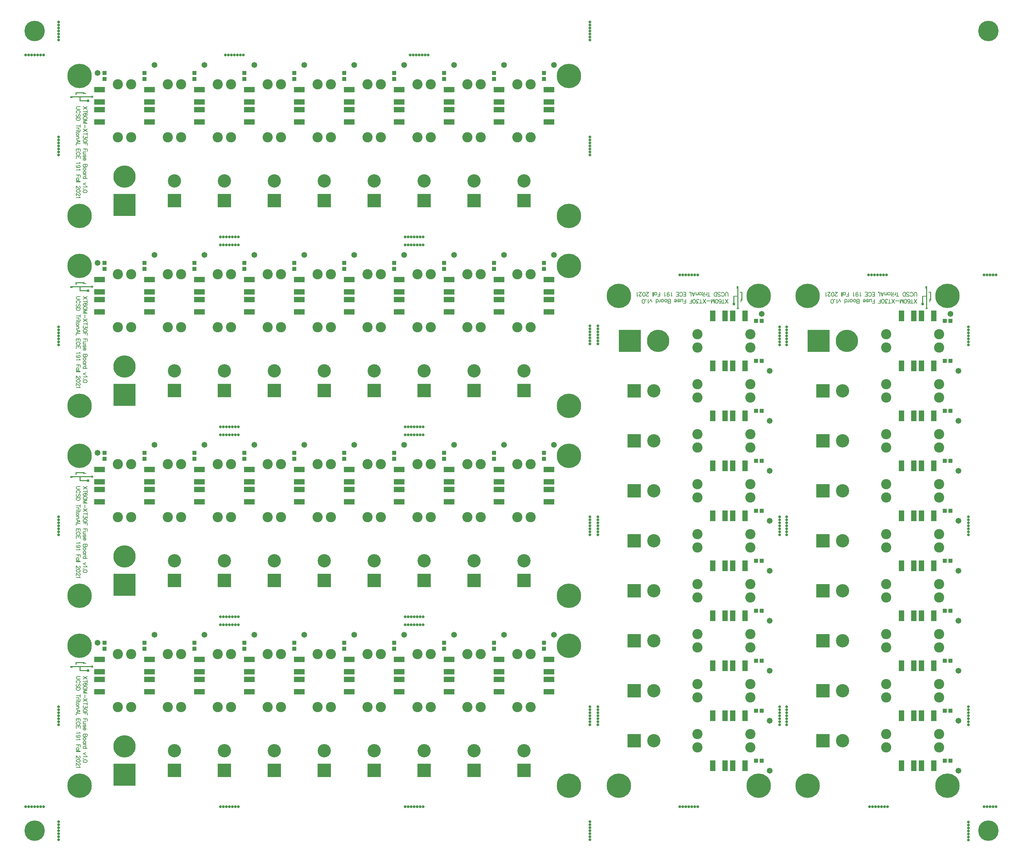
<source format=gts>
G04*
G04 #@! TF.GenerationSoftware,Altium Limited,Altium Designer,21.8.1 (53)*
G04*
G04 Layer_Color=8388736*
%FSLAX44Y44*%
%MOMM*%
G71*
G04*
G04 #@! TF.SameCoordinates,EA1F17BB-6109-422B-8DE2-DB4FFD1B2ED1*
G04*
G04*
G04 #@! TF.FilePolarity,Negative*
G04*
G01*
G75*
%ADD13C,0.2032*%
%ADD32R,1.3532X2.7032*%
%ADD33R,1.0032X1.0032*%
%ADD34R,2.7032X1.3532*%
%ADD35R,1.0032X1.0032*%
%ADD36C,0.7112*%
%ADD37C,5.2032*%
%ADD38C,2.6032*%
%ADD39R,3.3782X3.3782*%
%ADD40C,3.3782*%
%ADD41C,5.6642*%
%ADD42R,5.6642X5.6642*%
%ADD43C,6.2032*%
%ADD44C,1.4732*%
%ADD45R,3.3782X3.3782*%
%ADD46R,5.6642X5.6642*%
G36*
X164592Y1911604D02*
X168656D01*
Y1909572D01*
X160528D01*
Y1911604D01*
X144272D01*
Y1907540D01*
X142240D01*
Y1913636D01*
X164592D01*
Y1911604D01*
D02*
G37*
G36*
X184912Y1903476D02*
X186944D01*
Y1901444D01*
X184912D01*
Y1899412D01*
X182880D01*
Y1901444D01*
X154432D01*
Y1893316D01*
X170688D01*
Y1895348D01*
X176784D01*
Y1889252D01*
X170688D01*
Y1891284D01*
X152400D01*
Y1901444D01*
X134112D01*
Y1899412D01*
X128016D01*
Y1903476D01*
X182880D01*
Y1905508D01*
X184912D01*
Y1903476D01*
D02*
G37*
G36*
X164592Y1429004D02*
X168656D01*
Y1426972D01*
X160528D01*
Y1429004D01*
X144272D01*
Y1424940D01*
X142240D01*
Y1431036D01*
X164592D01*
Y1429004D01*
D02*
G37*
G36*
X184912Y1420876D02*
X186944D01*
Y1418844D01*
X184912D01*
Y1416812D01*
X182880D01*
Y1418844D01*
X154432D01*
Y1410716D01*
X170688D01*
Y1412748D01*
X176784D01*
Y1406652D01*
X170688D01*
Y1408684D01*
X152400D01*
Y1418844D01*
X134112D01*
Y1416812D01*
X128016D01*
Y1420876D01*
X182880D01*
Y1422908D01*
X184912D01*
Y1420876D01*
D02*
G37*
G36*
X2317496Y1405128D02*
Y1403096D01*
Y1401064D01*
Y1399032D01*
Y1397000D01*
Y1394968D01*
Y1392936D01*
Y1390904D01*
Y1388872D01*
Y1386840D01*
Y1384808D01*
X2315464D01*
Y1382776D01*
Y1380744D01*
X2313432D01*
Y1382776D01*
Y1384808D01*
Y1386840D01*
Y1388872D01*
X2315464D01*
Y1390904D01*
Y1392936D01*
Y1394968D01*
Y1397000D01*
Y1399032D01*
Y1401064D01*
Y1403096D01*
Y1405128D01*
X2311400D01*
Y1407160D01*
X2317496D01*
Y1405128D01*
D02*
G37*
G36*
X1837436D02*
Y1403096D01*
Y1401064D01*
Y1399032D01*
Y1397000D01*
Y1394968D01*
Y1392936D01*
Y1390904D01*
Y1388872D01*
Y1386840D01*
Y1384808D01*
X1835404D01*
Y1382776D01*
Y1380744D01*
X1833372D01*
Y1382776D01*
Y1384808D01*
Y1386840D01*
Y1388872D01*
X1835404D01*
Y1390904D01*
Y1392936D01*
Y1394968D01*
Y1397000D01*
Y1399032D01*
Y1401064D01*
Y1403096D01*
Y1405128D01*
X1831340D01*
Y1407160D01*
X1837436D01*
Y1405128D01*
D02*
G37*
G36*
X2307336Y1419352D02*
Y1417320D01*
Y1415288D01*
Y1413256D01*
Y1411224D01*
Y1409192D01*
Y1407160D01*
Y1405128D01*
Y1403096D01*
Y1401064D01*
Y1399032D01*
Y1397000D01*
Y1394968D01*
Y1392936D01*
Y1390904D01*
Y1388872D01*
Y1386840D01*
Y1384808D01*
Y1382776D01*
Y1380744D01*
Y1378712D01*
Y1376680D01*
Y1374648D01*
Y1372616D01*
Y1370584D01*
Y1368552D01*
Y1366520D01*
X2309368D01*
Y1364488D01*
X2307336D01*
Y1362456D01*
X2305304D01*
Y1364488D01*
X2303272D01*
Y1366520D01*
X2305304D01*
Y1368552D01*
Y1370584D01*
Y1372616D01*
Y1374648D01*
Y1376680D01*
Y1378712D01*
Y1380744D01*
Y1382776D01*
Y1384808D01*
Y1386840D01*
Y1388872D01*
Y1390904D01*
Y1392936D01*
Y1394968D01*
X2297176D01*
Y1392936D01*
Y1390904D01*
Y1388872D01*
Y1386840D01*
Y1384808D01*
Y1382776D01*
Y1380744D01*
Y1378712D01*
X2299208D01*
Y1376680D01*
Y1374648D01*
Y1372616D01*
X2293112D01*
Y1374648D01*
Y1376680D01*
Y1378712D01*
X2295144D01*
Y1380744D01*
Y1382776D01*
Y1384808D01*
Y1386840D01*
Y1388872D01*
Y1390904D01*
Y1392936D01*
Y1394968D01*
Y1397000D01*
X2305304D01*
Y1399032D01*
Y1401064D01*
Y1403096D01*
Y1405128D01*
Y1407160D01*
Y1409192D01*
Y1411224D01*
Y1413256D01*
Y1415288D01*
X2303272D01*
Y1417320D01*
Y1419352D01*
Y1421384D01*
X2307336D01*
Y1419352D01*
D02*
G37*
G36*
X1827276D02*
Y1417320D01*
Y1415288D01*
Y1413256D01*
Y1411224D01*
Y1409192D01*
Y1407160D01*
Y1405128D01*
Y1403096D01*
Y1401064D01*
Y1399032D01*
Y1397000D01*
Y1394968D01*
Y1392936D01*
Y1390904D01*
Y1388872D01*
Y1386840D01*
Y1384808D01*
Y1382776D01*
Y1380744D01*
Y1378712D01*
Y1376680D01*
Y1374648D01*
Y1372616D01*
Y1370584D01*
Y1368552D01*
Y1366520D01*
X1829308D01*
Y1364488D01*
X1827276D01*
Y1362456D01*
X1825244D01*
Y1364488D01*
X1823212D01*
Y1366520D01*
X1825244D01*
Y1368552D01*
Y1370584D01*
Y1372616D01*
Y1374648D01*
Y1376680D01*
Y1378712D01*
Y1380744D01*
Y1382776D01*
Y1384808D01*
Y1386840D01*
Y1388872D01*
Y1390904D01*
Y1392936D01*
Y1394968D01*
X1817116D01*
Y1392936D01*
Y1390904D01*
Y1388872D01*
Y1386840D01*
Y1384808D01*
Y1382776D01*
Y1380744D01*
Y1378712D01*
X1819148D01*
Y1376680D01*
Y1374648D01*
Y1372616D01*
X1813052D01*
Y1374648D01*
Y1376680D01*
Y1378712D01*
X1815084D01*
Y1380744D01*
Y1382776D01*
Y1384808D01*
Y1386840D01*
Y1388872D01*
Y1390904D01*
Y1392936D01*
Y1394968D01*
Y1397000D01*
X1825244D01*
Y1399032D01*
Y1401064D01*
Y1403096D01*
Y1405128D01*
Y1407160D01*
Y1409192D01*
Y1411224D01*
Y1413256D01*
Y1415288D01*
X1823212D01*
Y1417320D01*
Y1419352D01*
Y1421384D01*
X1827276D01*
Y1419352D01*
D02*
G37*
G36*
X164592Y946404D02*
X168656D01*
Y944372D01*
X160528D01*
Y946404D01*
X144272D01*
Y942340D01*
X142240D01*
Y948436D01*
X164592D01*
Y946404D01*
D02*
G37*
G36*
X184912Y938276D02*
X186944D01*
Y936244D01*
X184912D01*
Y934212D01*
X182880D01*
Y936244D01*
X154432D01*
Y928116D01*
X170688D01*
Y930148D01*
X176784D01*
Y924052D01*
X170688D01*
Y926084D01*
X152400D01*
Y936244D01*
X134112D01*
Y934212D01*
X128016D01*
Y938276D01*
X182880D01*
Y940308D01*
X184912D01*
Y938276D01*
D02*
G37*
G36*
X164592Y463804D02*
X168656D01*
Y461772D01*
X160528D01*
Y463804D01*
X144272D01*
Y459740D01*
X142240D01*
Y465836D01*
X164592D01*
Y463804D01*
D02*
G37*
G36*
X184912Y455676D02*
X186944D01*
Y453644D01*
X184912D01*
Y451612D01*
X182880D01*
Y453644D01*
X154432D01*
Y445516D01*
X170688D01*
Y447548D01*
X176784D01*
Y441452D01*
X170688D01*
Y443484D01*
X152400D01*
Y453644D01*
X134112D01*
Y451612D01*
X128016D01*
Y455676D01*
X182880D01*
Y457708D01*
X184912D01*
Y455676D01*
D02*
G37*
D13*
X1801368Y1378025D02*
X1794596Y1388183D01*
Y1378025D02*
X1801368Y1388183D01*
X1788937Y1378025D02*
Y1388183D01*
X1792323Y1378025D02*
X1785551D01*
X1778537Y1379476D02*
X1779021Y1378509D01*
X1780472Y1378025D01*
X1781439D01*
X1782890Y1378509D01*
X1783858Y1379960D01*
X1784341Y1382379D01*
Y1384797D01*
X1783858Y1386732D01*
X1782890Y1387699D01*
X1781439Y1388183D01*
X1780956D01*
X1779505Y1387699D01*
X1778537Y1386732D01*
X1778053Y1385281D01*
Y1384797D01*
X1778537Y1383346D01*
X1779505Y1382379D01*
X1780956Y1381895D01*
X1781439D01*
X1782890Y1382379D01*
X1783858Y1383346D01*
X1784341Y1384797D01*
X1772926Y1378025D02*
X1774377Y1378509D01*
X1775345Y1379960D01*
X1775828Y1382379D01*
Y1383830D01*
X1775345Y1386248D01*
X1774377Y1387699D01*
X1772926Y1388183D01*
X1771959D01*
X1770508Y1387699D01*
X1769540Y1386248D01*
X1769056Y1383830D01*
Y1382379D01*
X1769540Y1379960D01*
X1770508Y1378509D01*
X1771959Y1378025D01*
X1772926D01*
X1766783D02*
Y1388183D01*
Y1378025D02*
X1762913Y1388183D01*
X1759044Y1378025D02*
X1762913Y1388183D01*
X1759044Y1378025D02*
Y1388183D01*
X1756142Y1383830D02*
X1747435D01*
X1744436Y1378025D02*
X1737664Y1388183D01*
Y1378025D02*
X1744436Y1388183D01*
X1732005Y1378025D02*
Y1388183D01*
X1735390Y1378025D02*
X1728619D01*
X1726442D02*
X1721121D01*
X1724023Y1381895D01*
X1722572D01*
X1721605Y1382379D01*
X1721121Y1382862D01*
X1720638Y1384314D01*
Y1385281D01*
X1721121Y1386732D01*
X1722089Y1387699D01*
X1723540Y1388183D01*
X1724991D01*
X1726442Y1387699D01*
X1726926Y1387216D01*
X1727409Y1386248D01*
X1715462Y1378025D02*
X1716913Y1378509D01*
X1717880Y1379960D01*
X1718364Y1382379D01*
Y1383830D01*
X1717880Y1386248D01*
X1716913Y1387699D01*
X1715462Y1388183D01*
X1714494D01*
X1713043Y1387699D01*
X1712076Y1386248D01*
X1711592Y1383830D01*
Y1382379D01*
X1712076Y1379960D01*
X1713043Y1378509D01*
X1714494Y1378025D01*
X1715462D01*
X1709319D02*
Y1388183D01*
Y1378025D02*
X1703031D01*
X1709319Y1382862D02*
X1705449D01*
X1693889Y1378025D02*
Y1388183D01*
Y1378025D02*
X1687600D01*
X1693889Y1382862D02*
X1690019D01*
X1686440Y1381411D02*
Y1386248D01*
X1685956Y1387699D01*
X1684988Y1388183D01*
X1683537D01*
X1682570Y1387699D01*
X1681119Y1386248D01*
Y1381411D02*
Y1388183D01*
X1673138Y1382862D02*
X1673621Y1381895D01*
X1675072Y1381411D01*
X1676523D01*
X1677975Y1381895D01*
X1678458Y1382862D01*
X1677975Y1383830D01*
X1677007Y1384314D01*
X1674589Y1384797D01*
X1673621Y1385281D01*
X1673138Y1386248D01*
Y1386732D01*
X1673621Y1387699D01*
X1675072Y1388183D01*
X1676523D01*
X1677975Y1387699D01*
X1678458Y1386732D01*
X1671009Y1384314D02*
X1665205D01*
Y1383346D01*
X1665688Y1382379D01*
X1666172Y1381895D01*
X1667140Y1381411D01*
X1668591D01*
X1669558Y1381895D01*
X1670526Y1382862D01*
X1671009Y1384314D01*
Y1385281D01*
X1670526Y1386732D01*
X1669558Y1387699D01*
X1668591Y1388183D01*
X1667140D01*
X1666172Y1387699D01*
X1665205Y1386732D01*
X1655047Y1378025D02*
Y1388183D01*
Y1378025D02*
X1650694D01*
X1649243Y1378509D01*
X1648759Y1378993D01*
X1648275Y1379960D01*
Y1380928D01*
X1648759Y1381895D01*
X1649243Y1382379D01*
X1650694Y1382862D01*
X1655047D02*
X1650694D01*
X1649243Y1383346D01*
X1648759Y1383830D01*
X1648275Y1384797D01*
Y1386248D01*
X1648759Y1387216D01*
X1649243Y1387699D01*
X1650694Y1388183D01*
X1655047D01*
X1643583Y1381411D02*
X1644551Y1381895D01*
X1645518Y1382862D01*
X1646002Y1384314D01*
Y1385281D01*
X1645518Y1386732D01*
X1644551Y1387699D01*
X1643583Y1388183D01*
X1642132D01*
X1641165Y1387699D01*
X1640197Y1386732D01*
X1639713Y1385281D01*
Y1384314D01*
X1640197Y1382862D01*
X1641165Y1381895D01*
X1642132Y1381411D01*
X1643583D01*
X1631684D02*
Y1388183D01*
Y1382862D02*
X1632651Y1381895D01*
X1633619Y1381411D01*
X1635070D01*
X1636037Y1381895D01*
X1637005Y1382862D01*
X1637489Y1384314D01*
Y1385281D01*
X1637005Y1386732D01*
X1636037Y1387699D01*
X1635070Y1388183D01*
X1633619D01*
X1632651Y1387699D01*
X1631684Y1386732D01*
X1628975Y1381411D02*
Y1388183D01*
Y1384314D02*
X1628492Y1382862D01*
X1627524Y1381895D01*
X1626557Y1381411D01*
X1625106D01*
X1618382Y1378025D02*
Y1388183D01*
Y1382862D02*
X1619350Y1381895D01*
X1620317Y1381411D01*
X1621768D01*
X1622735Y1381895D01*
X1623703Y1382862D01*
X1624187Y1384314D01*
Y1385281D01*
X1623703Y1386732D01*
X1622735Y1387699D01*
X1621768Y1388183D01*
X1620317D01*
X1619350Y1387699D01*
X1618382Y1386732D01*
X1607692Y1381411D02*
X1604790Y1388183D01*
X1601888Y1381411D02*
X1604790Y1388183D01*
X1600243Y1379960D02*
X1599276Y1379476D01*
X1597825Y1378025D01*
Y1388183D01*
X1592310Y1387216D02*
X1592794Y1387699D01*
X1592310Y1388183D01*
X1591827Y1387699D01*
X1592310Y1387216D01*
X1586699Y1378025D02*
X1588150Y1378509D01*
X1589118Y1379960D01*
X1589602Y1382379D01*
Y1383830D01*
X1589118Y1386248D01*
X1588150Y1387699D01*
X1586699Y1388183D01*
X1585732D01*
X1584281Y1387699D01*
X1583313Y1386248D01*
X1582830Y1383830D01*
Y1382379D01*
X1583313Y1379960D01*
X1584281Y1378509D01*
X1585732Y1378025D01*
X1586699D01*
X1801368Y1395575D02*
Y1402831D01*
X1800884Y1404282D01*
X1799917Y1405249D01*
X1798466Y1405733D01*
X1797498D01*
X1796047Y1405249D01*
X1795080Y1404282D01*
X1794596Y1402831D01*
Y1395575D01*
X1784535Y1397994D02*
X1785019Y1397026D01*
X1785986Y1396059D01*
X1786954Y1395575D01*
X1788888D01*
X1789856Y1396059D01*
X1790823Y1397026D01*
X1791307Y1397994D01*
X1791791Y1399445D01*
Y1401864D01*
X1791307Y1403315D01*
X1790823Y1404282D01*
X1789856Y1405249D01*
X1788888Y1405733D01*
X1786954D01*
X1785986Y1405249D01*
X1785019Y1404282D01*
X1784535Y1403315D01*
X1774909Y1397026D02*
X1775877Y1396059D01*
X1777328Y1395575D01*
X1779263D01*
X1780714Y1396059D01*
X1781681Y1397026D01*
Y1397994D01*
X1781197Y1398961D01*
X1780714Y1399445D01*
X1779746Y1399929D01*
X1776844Y1400896D01*
X1775877Y1401380D01*
X1775393Y1401864D01*
X1774909Y1402831D01*
Y1404282D01*
X1775877Y1405249D01*
X1777328Y1405733D01*
X1779263D01*
X1780714Y1405249D01*
X1781681Y1404282D01*
X1772636Y1395575D02*
Y1405733D01*
Y1395575D02*
X1769250D01*
X1767799Y1396059D01*
X1766831Y1397026D01*
X1766348Y1397994D01*
X1765864Y1399445D01*
Y1401864D01*
X1766348Y1403315D01*
X1766831Y1404282D01*
X1767799Y1405249D01*
X1769250Y1405733D01*
X1772636D01*
X1752224Y1395575D02*
Y1405733D01*
X1755609Y1395575D02*
X1748837D01*
X1747628Y1398961D02*
Y1405733D01*
Y1401864D02*
X1747145Y1400412D01*
X1746177Y1399445D01*
X1745210Y1398961D01*
X1743759D01*
X1741872Y1395575D02*
X1741389Y1396059D01*
X1740905Y1395575D01*
X1741389Y1395092D01*
X1741872Y1395575D01*
X1741389Y1398961D02*
Y1405733D01*
X1737664Y1395575D02*
Y1403798D01*
X1737180Y1405249D01*
X1736213Y1405733D01*
X1735245D01*
X1739115Y1398961D02*
X1735729D01*
X1731376D02*
X1732343Y1399445D01*
X1733311Y1400412D01*
X1733794Y1401864D01*
Y1402831D01*
X1733311Y1404282D01*
X1732343Y1405249D01*
X1731376Y1405733D01*
X1729925D01*
X1728957Y1405249D01*
X1727990Y1404282D01*
X1727506Y1402831D01*
Y1401864D01*
X1727990Y1400412D01*
X1728957Y1399445D01*
X1729925Y1398961D01*
X1731376D01*
X1725281D02*
Y1405733D01*
Y1400896D02*
X1723830Y1399445D01*
X1722863Y1398961D01*
X1721411D01*
X1720444Y1399445D01*
X1719960Y1400896D01*
Y1405733D01*
X1709561D02*
X1713430Y1395575D01*
X1717300Y1405733D01*
X1715849Y1402347D02*
X1711012D01*
X1707191Y1395575D02*
Y1405733D01*
X1704095Y1405249D02*
X1704579Y1405733D01*
X1705062Y1405249D01*
X1704579Y1404766D01*
X1704095Y1405249D01*
Y1406217D01*
X1704579Y1407184D01*
X1705062Y1407668D01*
X1687600Y1395575D02*
X1693889D01*
Y1405733D01*
X1687600D01*
X1693889Y1400412D02*
X1690019D01*
X1678652Y1397994D02*
X1679136Y1397026D01*
X1680103Y1396059D01*
X1681070Y1395575D01*
X1683005D01*
X1683973Y1396059D01*
X1684940Y1397026D01*
X1685424Y1397994D01*
X1685907Y1399445D01*
Y1401864D01*
X1685424Y1403315D01*
X1684940Y1404282D01*
X1683973Y1405249D01*
X1683005Y1405733D01*
X1681070D01*
X1680103Y1405249D01*
X1679136Y1404282D01*
X1678652Y1403315D01*
X1669510Y1395575D02*
X1675798D01*
Y1405733D01*
X1669510D01*
X1675798Y1400412D02*
X1671928D01*
X1659836Y1397510D02*
X1658868Y1397026D01*
X1657417Y1395575D01*
Y1405733D01*
X1646098Y1398961D02*
X1646582Y1400412D01*
X1647550Y1401380D01*
X1649001Y1401864D01*
X1649484D01*
X1650936Y1401380D01*
X1651903Y1400412D01*
X1652387Y1398961D01*
Y1398477D01*
X1651903Y1397026D01*
X1650936Y1396059D01*
X1649484Y1395575D01*
X1649001D01*
X1647550Y1396059D01*
X1646582Y1397026D01*
X1646098Y1398961D01*
Y1401380D01*
X1646582Y1403798D01*
X1647550Y1405249D01*
X1649001Y1405733D01*
X1649968D01*
X1651419Y1405249D01*
X1651903Y1404282D01*
X1643341Y1397510D02*
X1642374Y1397026D01*
X1640923Y1395575D01*
Y1405733D01*
X1627911Y1395575D02*
Y1405733D01*
Y1395575D02*
X1621623D01*
X1627911Y1400412D02*
X1624041D01*
X1614658Y1398961D02*
Y1405733D01*
Y1400412D02*
X1615625Y1399445D01*
X1616592Y1398961D01*
X1618044D01*
X1619011Y1399445D01*
X1619978Y1400412D01*
X1620462Y1401864D01*
Y1402831D01*
X1619978Y1404282D01*
X1619011Y1405249D01*
X1618044Y1405733D01*
X1616592D01*
X1615625Y1405249D01*
X1614658Y1404282D01*
X1611949Y1395575D02*
Y1405733D01*
X1609821Y1395575D02*
Y1405733D01*
X1599227Y1397994D02*
Y1397510D01*
X1598744Y1396543D01*
X1598260Y1396059D01*
X1597292Y1395575D01*
X1595358D01*
X1594390Y1396059D01*
X1593907Y1396543D01*
X1593423Y1397510D01*
Y1398477D01*
X1593907Y1399445D01*
X1594874Y1400896D01*
X1599711Y1405733D01*
X1592939D01*
X1587764Y1395575D02*
X1589215Y1396059D01*
X1590182Y1397510D01*
X1590666Y1399929D01*
Y1401380D01*
X1590182Y1403798D01*
X1589215Y1405249D01*
X1587764Y1405733D01*
X1586796D01*
X1585345Y1405249D01*
X1584378Y1403798D01*
X1583894Y1401380D01*
Y1399929D01*
X1584378Y1397510D01*
X1585345Y1396059D01*
X1586796Y1395575D01*
X1587764D01*
X1581137Y1397994D02*
Y1397510D01*
X1580653Y1396543D01*
X1580169Y1396059D01*
X1579202Y1395575D01*
X1577267D01*
X1576300Y1396059D01*
X1575816Y1396543D01*
X1575332Y1397510D01*
Y1398477D01*
X1575816Y1399445D01*
X1576783Y1400896D01*
X1581620Y1405733D01*
X1574849D01*
X1572575Y1397510D02*
X1571608Y1397026D01*
X1570157Y1395575D01*
Y1405733D01*
X2281428Y1378025D02*
X2274656Y1388183D01*
Y1378025D02*
X2281428Y1388183D01*
X2268997Y1378025D02*
Y1388183D01*
X2272383Y1378025D02*
X2265611D01*
X2258597Y1379476D02*
X2259081Y1378509D01*
X2260532Y1378025D01*
X2261499D01*
X2262950Y1378509D01*
X2263918Y1379960D01*
X2264402Y1382379D01*
Y1384797D01*
X2263918Y1386732D01*
X2262950Y1387699D01*
X2261499Y1388183D01*
X2261016D01*
X2259565Y1387699D01*
X2258597Y1386732D01*
X2258113Y1385281D01*
Y1384797D01*
X2258597Y1383346D01*
X2259565Y1382379D01*
X2261016Y1381895D01*
X2261499D01*
X2262950Y1382379D01*
X2263918Y1383346D01*
X2264402Y1384797D01*
X2252986Y1378025D02*
X2254437Y1378509D01*
X2255405Y1379960D01*
X2255888Y1382379D01*
Y1383830D01*
X2255405Y1386248D01*
X2254437Y1387699D01*
X2252986Y1388183D01*
X2252019D01*
X2250568Y1387699D01*
X2249600Y1386248D01*
X2249116Y1383830D01*
Y1382379D01*
X2249600Y1379960D01*
X2250568Y1378509D01*
X2252019Y1378025D01*
X2252986D01*
X2246843D02*
Y1388183D01*
Y1378025D02*
X2242973Y1388183D01*
X2239104Y1378025D02*
X2242973Y1388183D01*
X2239104Y1378025D02*
Y1388183D01*
X2236201Y1383830D02*
X2227495D01*
X2224496Y1378025D02*
X2217724Y1388183D01*
Y1378025D02*
X2224496Y1388183D01*
X2212065Y1378025D02*
Y1388183D01*
X2215450Y1378025D02*
X2208679D01*
X2206502D02*
X2201181D01*
X2204083Y1381895D01*
X2202632D01*
X2201665Y1382379D01*
X2201181Y1382862D01*
X2200697Y1384314D01*
Y1385281D01*
X2201181Y1386732D01*
X2202149Y1387699D01*
X2203600Y1388183D01*
X2205051D01*
X2206502Y1387699D01*
X2206986Y1387216D01*
X2207469Y1386248D01*
X2195522Y1378025D02*
X2196973Y1378509D01*
X2197940Y1379960D01*
X2198424Y1382379D01*
Y1383830D01*
X2197940Y1386248D01*
X2196973Y1387699D01*
X2195522Y1388183D01*
X2194554D01*
X2193103Y1387699D01*
X2192136Y1386248D01*
X2191652Y1383830D01*
Y1382379D01*
X2192136Y1379960D01*
X2193103Y1378509D01*
X2194554Y1378025D01*
X2195522D01*
X2189379D02*
Y1388183D01*
Y1378025D02*
X2183091D01*
X2189379Y1382862D02*
X2185509D01*
X2173949Y1378025D02*
Y1388183D01*
Y1378025D02*
X2167660D01*
X2173949Y1382862D02*
X2170079D01*
X2166499Y1381411D02*
Y1386248D01*
X2166016Y1387699D01*
X2165048Y1388183D01*
X2163597D01*
X2162630Y1387699D01*
X2161179Y1386248D01*
Y1381411D02*
Y1388183D01*
X2153198Y1382862D02*
X2153681Y1381895D01*
X2155132Y1381411D01*
X2156584D01*
X2158035Y1381895D01*
X2158518Y1382862D01*
X2158035Y1383830D01*
X2157067Y1384314D01*
X2154649Y1384797D01*
X2153681Y1385281D01*
X2153198Y1386248D01*
Y1386732D01*
X2153681Y1387699D01*
X2155132Y1388183D01*
X2156584D01*
X2158035Y1387699D01*
X2158518Y1386732D01*
X2151069Y1384314D02*
X2145265D01*
Y1383346D01*
X2145748Y1382379D01*
X2146232Y1381895D01*
X2147200Y1381411D01*
X2148651D01*
X2149618Y1381895D01*
X2150585Y1382862D01*
X2151069Y1384314D01*
Y1385281D01*
X2150585Y1386732D01*
X2149618Y1387699D01*
X2148651Y1388183D01*
X2147200D01*
X2146232Y1387699D01*
X2145265Y1386732D01*
X2135107Y1378025D02*
Y1388183D01*
Y1378025D02*
X2130754D01*
X2129303Y1378509D01*
X2128819Y1378993D01*
X2128335Y1379960D01*
Y1380928D01*
X2128819Y1381895D01*
X2129303Y1382379D01*
X2130754Y1382862D01*
X2135107D02*
X2130754D01*
X2129303Y1383346D01*
X2128819Y1383830D01*
X2128335Y1384797D01*
Y1386248D01*
X2128819Y1387216D01*
X2129303Y1387699D01*
X2130754Y1388183D01*
X2135107D01*
X2123643Y1381411D02*
X2124611Y1381895D01*
X2125578Y1382862D01*
X2126062Y1384314D01*
Y1385281D01*
X2125578Y1386732D01*
X2124611Y1387699D01*
X2123643Y1388183D01*
X2122192D01*
X2121225Y1387699D01*
X2120257Y1386732D01*
X2119774Y1385281D01*
Y1384314D01*
X2120257Y1382862D01*
X2121225Y1381895D01*
X2122192Y1381411D01*
X2123643D01*
X2111744D02*
Y1388183D01*
Y1382862D02*
X2112711Y1381895D01*
X2113679Y1381411D01*
X2115130D01*
X2116097Y1381895D01*
X2117065Y1382862D01*
X2117549Y1384314D01*
Y1385281D01*
X2117065Y1386732D01*
X2116097Y1387699D01*
X2115130Y1388183D01*
X2113679D01*
X2112711Y1387699D01*
X2111744Y1386732D01*
X2109035Y1381411D02*
Y1388183D01*
Y1384314D02*
X2108551Y1382862D01*
X2107584Y1381895D01*
X2106617Y1381411D01*
X2105166D01*
X2098442Y1378025D02*
Y1388183D01*
Y1382862D02*
X2099409Y1381895D01*
X2100377Y1381411D01*
X2101828D01*
X2102795Y1381895D01*
X2103763Y1382862D01*
X2104247Y1384314D01*
Y1385281D01*
X2103763Y1386732D01*
X2102795Y1387699D01*
X2101828Y1388183D01*
X2100377D01*
X2099409Y1387699D01*
X2098442Y1386732D01*
X2087752Y1381411D02*
X2084850Y1388183D01*
X2081948Y1381411D02*
X2084850Y1388183D01*
X2080303Y1379960D02*
X2079336Y1379476D01*
X2077885Y1378025D01*
Y1388183D01*
X2072370Y1387216D02*
X2072854Y1387699D01*
X2072370Y1388183D01*
X2071887Y1387699D01*
X2072370Y1387216D01*
X2066759Y1378025D02*
X2068210Y1378509D01*
X2069178Y1379960D01*
X2069662Y1382379D01*
Y1383830D01*
X2069178Y1386248D01*
X2068210Y1387699D01*
X2066759Y1388183D01*
X2065792D01*
X2064341Y1387699D01*
X2063373Y1386248D01*
X2062890Y1383830D01*
Y1382379D01*
X2063373Y1379960D01*
X2064341Y1378509D01*
X2065792Y1378025D01*
X2066759D01*
X2281428Y1395575D02*
Y1402831D01*
X2280944Y1404282D01*
X2279977Y1405249D01*
X2278526Y1405733D01*
X2277558D01*
X2276107Y1405249D01*
X2275140Y1404282D01*
X2274656Y1402831D01*
Y1395575D01*
X2264595Y1397994D02*
X2265079Y1397026D01*
X2266046Y1396059D01*
X2267014Y1395575D01*
X2268948D01*
X2269916Y1396059D01*
X2270883Y1397026D01*
X2271367Y1397994D01*
X2271851Y1399445D01*
Y1401864D01*
X2271367Y1403315D01*
X2270883Y1404282D01*
X2269916Y1405249D01*
X2268948Y1405733D01*
X2267014D01*
X2266046Y1405249D01*
X2265079Y1404282D01*
X2264595Y1403315D01*
X2254969Y1397026D02*
X2255937Y1396059D01*
X2257388Y1395575D01*
X2259323D01*
X2260774Y1396059D01*
X2261741Y1397026D01*
Y1397994D01*
X2261257Y1398961D01*
X2260774Y1399445D01*
X2259806Y1399929D01*
X2256904Y1400896D01*
X2255937Y1401380D01*
X2255453Y1401864D01*
X2254969Y1402831D01*
Y1404282D01*
X2255937Y1405249D01*
X2257388Y1405733D01*
X2259323D01*
X2260774Y1405249D01*
X2261741Y1404282D01*
X2252696Y1395575D02*
Y1405733D01*
Y1395575D02*
X2249310D01*
X2247859Y1396059D01*
X2246891Y1397026D01*
X2246408Y1397994D01*
X2245924Y1399445D01*
Y1401864D01*
X2246408Y1403315D01*
X2246891Y1404282D01*
X2247859Y1405249D01*
X2249310Y1405733D01*
X2252696D01*
X2232283Y1395575D02*
Y1405733D01*
X2235669Y1395575D02*
X2228898D01*
X2227688Y1398961D02*
Y1405733D01*
Y1401864D02*
X2227205Y1400412D01*
X2226237Y1399445D01*
X2225270Y1398961D01*
X2223819D01*
X2221932Y1395575D02*
X2221449Y1396059D01*
X2220965Y1395575D01*
X2221449Y1395092D01*
X2221932Y1395575D01*
X2221449Y1398961D02*
Y1405733D01*
X2217724Y1395575D02*
Y1403798D01*
X2217240Y1405249D01*
X2216273Y1405733D01*
X2215305D01*
X2219175Y1398961D02*
X2215789D01*
X2211436D02*
X2212403Y1399445D01*
X2213371Y1400412D01*
X2213854Y1401864D01*
Y1402831D01*
X2213371Y1404282D01*
X2212403Y1405249D01*
X2211436Y1405733D01*
X2209985D01*
X2209017Y1405249D01*
X2208050Y1404282D01*
X2207566Y1402831D01*
Y1401864D01*
X2208050Y1400412D01*
X2209017Y1399445D01*
X2209985Y1398961D01*
X2211436D01*
X2205341D02*
Y1405733D01*
Y1400896D02*
X2203890Y1399445D01*
X2202923Y1398961D01*
X2201471D01*
X2200504Y1399445D01*
X2200020Y1400896D01*
Y1405733D01*
X2189621D02*
X2193490Y1395575D01*
X2197360Y1405733D01*
X2195909Y1402347D02*
X2191072D01*
X2187251Y1395575D02*
Y1405733D01*
X2184155Y1405249D02*
X2184639Y1405733D01*
X2185122Y1405249D01*
X2184639Y1404766D01*
X2184155Y1405249D01*
Y1406217D01*
X2184639Y1407184D01*
X2185122Y1407668D01*
X2167660Y1395575D02*
X2173949D01*
Y1405733D01*
X2167660D01*
X2173949Y1400412D02*
X2170079D01*
X2158712Y1397994D02*
X2159196Y1397026D01*
X2160163Y1396059D01*
X2161130Y1395575D01*
X2163065D01*
X2164033Y1396059D01*
X2165000Y1397026D01*
X2165484Y1397994D01*
X2165967Y1399445D01*
Y1401864D01*
X2165484Y1403315D01*
X2165000Y1404282D01*
X2164033Y1405249D01*
X2163065Y1405733D01*
X2161130D01*
X2160163Y1405249D01*
X2159196Y1404282D01*
X2158712Y1403315D01*
X2149570Y1395575D02*
X2155858D01*
Y1405733D01*
X2149570D01*
X2155858Y1400412D02*
X2151988D01*
X2139896Y1397510D02*
X2138928Y1397026D01*
X2137477Y1395575D01*
Y1405733D01*
X2126158Y1398961D02*
X2126642Y1400412D01*
X2127610Y1401380D01*
X2129061Y1401864D01*
X2129544D01*
X2130995Y1401380D01*
X2131963Y1400412D01*
X2132447Y1398961D01*
Y1398477D01*
X2131963Y1397026D01*
X2130995Y1396059D01*
X2129544Y1395575D01*
X2129061D01*
X2127610Y1396059D01*
X2126642Y1397026D01*
X2126158Y1398961D01*
Y1401380D01*
X2126642Y1403798D01*
X2127610Y1405249D01*
X2129061Y1405733D01*
X2130028D01*
X2131479Y1405249D01*
X2131963Y1404282D01*
X2123401Y1397510D02*
X2122434Y1397026D01*
X2120983Y1395575D01*
Y1405733D01*
X2107971Y1395575D02*
Y1405733D01*
Y1395575D02*
X2101683D01*
X2107971Y1400412D02*
X2104102D01*
X2094718Y1398961D02*
Y1405733D01*
Y1400412D02*
X2095685Y1399445D01*
X2096652Y1398961D01*
X2098103D01*
X2099071Y1399445D01*
X2100038Y1400412D01*
X2100522Y1401864D01*
Y1402831D01*
X2100038Y1404282D01*
X2099071Y1405249D01*
X2098103Y1405733D01*
X2096652D01*
X2095685Y1405249D01*
X2094718Y1404282D01*
X2092009Y1395575D02*
Y1405733D01*
X2089881Y1395575D02*
Y1405733D01*
X2079287Y1397994D02*
Y1397510D01*
X2078804Y1396543D01*
X2078320Y1396059D01*
X2077352Y1395575D01*
X2075418D01*
X2074450Y1396059D01*
X2073967Y1396543D01*
X2073483Y1397510D01*
Y1398477D01*
X2073967Y1399445D01*
X2074934Y1400896D01*
X2079771Y1405733D01*
X2072999D01*
X2067823Y1395575D02*
X2069275Y1396059D01*
X2070242Y1397510D01*
X2070726Y1399929D01*
Y1401380D01*
X2070242Y1403798D01*
X2069275Y1405249D01*
X2067823Y1405733D01*
X2066856D01*
X2065405Y1405249D01*
X2064438Y1403798D01*
X2063954Y1401380D01*
Y1399929D01*
X2064438Y1397510D01*
X2065405Y1396059D01*
X2066856Y1395575D01*
X2067823D01*
X2061197Y1397994D02*
Y1397510D01*
X2060713Y1396543D01*
X2060229Y1396059D01*
X2059262Y1395575D01*
X2057327D01*
X2056360Y1396059D01*
X2055876Y1396543D01*
X2055392Y1397510D01*
Y1398477D01*
X2055876Y1399445D01*
X2056843Y1400896D01*
X2061680Y1405733D01*
X2054909D01*
X2052635Y1397510D02*
X2051668Y1397026D01*
X2050217Y1395575D01*
Y1405733D01*
X171375Y429768D02*
X161217Y422996D01*
X171375D02*
X161217Y429768D01*
X171375Y417337D02*
X161217D01*
X171375Y420723D02*
Y413951D01*
X169923Y406937D02*
X170891Y407421D01*
X171375Y408872D01*
Y409839D01*
X170891Y411290D01*
X169440Y412258D01*
X167021Y412742D01*
X164603D01*
X162668Y412258D01*
X161700Y411290D01*
X161217Y409839D01*
Y409356D01*
X161700Y407905D01*
X162668Y406937D01*
X164119Y406453D01*
X164603D01*
X166054Y406937D01*
X167021Y407905D01*
X167505Y409356D01*
Y409839D01*
X167021Y411290D01*
X166054Y412258D01*
X164603Y412742D01*
X171375Y401326D02*
X170891Y402777D01*
X169440Y403745D01*
X167021Y404228D01*
X165570D01*
X163152Y403745D01*
X161700Y402777D01*
X161217Y401326D01*
Y400359D01*
X161700Y398908D01*
X163152Y397940D01*
X165570Y397456D01*
X167021D01*
X169440Y397940D01*
X170891Y398908D01*
X171375Y400359D01*
Y401326D01*
Y395183D02*
X161217D01*
X171375D02*
X161217Y391313D01*
X171375Y387444D02*
X161217Y391313D01*
X171375Y387444D02*
X161217D01*
X165570Y384542D02*
Y375835D01*
X171375Y372836D02*
X161217Y366064D01*
X171375D02*
X161217Y372836D01*
X171375Y360405D02*
X161217D01*
X171375Y363791D02*
Y357019D01*
Y354842D02*
Y349521D01*
X167505Y352423D01*
Y350972D01*
X167021Y350005D01*
X166538Y349521D01*
X165086Y349038D01*
X164119D01*
X162668Y349521D01*
X161700Y350489D01*
X161217Y351940D01*
Y353391D01*
X161700Y354842D01*
X162184Y355326D01*
X163152Y355809D01*
X171375Y343862D02*
X170891Y345313D01*
X169440Y346280D01*
X167021Y346764D01*
X165570D01*
X163152Y346280D01*
X161700Y345313D01*
X161217Y343862D01*
Y342894D01*
X161700Y341443D01*
X163152Y340476D01*
X165570Y339992D01*
X167021D01*
X169440Y340476D01*
X170891Y341443D01*
X171375Y342894D01*
Y343862D01*
Y337719D02*
X161217D01*
X171375D02*
Y331431D01*
X166538Y337719D02*
Y333849D01*
X171375Y322289D02*
X161217D01*
X171375D02*
Y316000D01*
X166538Y322289D02*
Y318419D01*
X167989Y314839D02*
X163152D01*
X161700Y314356D01*
X161217Y313388D01*
Y311937D01*
X161700Y310970D01*
X163152Y309519D01*
X167989D02*
X161217D01*
X166538Y301538D02*
X167505Y302021D01*
X167989Y303472D01*
Y304923D01*
X167505Y306375D01*
X166538Y306858D01*
X165570Y306375D01*
X165086Y305407D01*
X164603Y302989D01*
X164119Y302021D01*
X163152Y301538D01*
X162668D01*
X161700Y302021D01*
X161217Y303472D01*
Y304923D01*
X161700Y306375D01*
X162668Y306858D01*
X165086Y299409D02*
Y293605D01*
X166054D01*
X167021Y294088D01*
X167505Y294572D01*
X167989Y295540D01*
Y296991D01*
X167505Y297958D01*
X166538Y298925D01*
X165086Y299409D01*
X164119D01*
X162668Y298925D01*
X161700Y297958D01*
X161217Y296991D01*
Y295540D01*
X161700Y294572D01*
X162668Y293605D01*
X171375Y283447D02*
X161217D01*
X171375D02*
Y279094D01*
X170891Y277642D01*
X170407Y277159D01*
X169440Y276675D01*
X168472D01*
X167505Y277159D01*
X167021Y277642D01*
X166538Y279094D01*
Y283447D02*
Y279094D01*
X166054Y277642D01*
X165570Y277159D01*
X164603Y276675D01*
X163152D01*
X162184Y277159D01*
X161700Y277642D01*
X161217Y279094D01*
Y283447D01*
X167989Y271983D02*
X167505Y272951D01*
X166538Y273918D01*
X165086Y274402D01*
X164119D01*
X162668Y273918D01*
X161700Y272951D01*
X161217Y271983D01*
Y270532D01*
X161700Y269565D01*
X162668Y268597D01*
X164119Y268113D01*
X165086D01*
X166538Y268597D01*
X167505Y269565D01*
X167989Y270532D01*
Y271983D01*
Y260084D02*
X161217D01*
X166538D02*
X167505Y261051D01*
X167989Y262019D01*
Y263470D01*
X167505Y264437D01*
X166538Y265405D01*
X165086Y265889D01*
X164119D01*
X162668Y265405D01*
X161700Y264437D01*
X161217Y263470D01*
Y262019D01*
X161700Y261051D01*
X162668Y260084D01*
X167989Y257375D02*
X161217D01*
X165086D02*
X166538Y256891D01*
X167505Y255924D01*
X167989Y254957D01*
Y253506D01*
X171375Y246782D02*
X161217D01*
X166538D02*
X167505Y247750D01*
X167989Y248717D01*
Y250168D01*
X167505Y251135D01*
X166538Y252103D01*
X165086Y252587D01*
X164119D01*
X162668Y252103D01*
X161700Y251135D01*
X161217Y250168D01*
Y248717D01*
X161700Y247750D01*
X162668Y246782D01*
X167989Y236092D02*
X161217Y233190D01*
X167989Y230288D02*
X161217Y233190D01*
X169440Y228643D02*
X169923Y227676D01*
X171375Y226225D01*
X161217D01*
X162184Y220710D02*
X161700Y221194D01*
X161217Y220710D01*
X161700Y220227D01*
X162184Y220710D01*
X171375Y215099D02*
X170891Y216551D01*
X169440Y217518D01*
X167021Y218002D01*
X165570D01*
X163152Y217518D01*
X161700Y216551D01*
X161217Y215099D01*
Y214132D01*
X161700Y212681D01*
X163152Y211713D01*
X165570Y211230D01*
X167021D01*
X169440Y211713D01*
X170891Y212681D01*
X171375Y214132D01*
Y215099D01*
X153825Y429768D02*
X146569D01*
X145118Y429284D01*
X144151Y428317D01*
X143667Y426866D01*
Y425898D01*
X144151Y424447D01*
X145118Y423480D01*
X146569Y422996D01*
X153825D01*
X151406Y412935D02*
X152374Y413419D01*
X153341Y414386D01*
X153825Y415354D01*
Y417288D01*
X153341Y418256D01*
X152374Y419223D01*
X151406Y419707D01*
X149955Y420191D01*
X147536D01*
X146085Y419707D01*
X145118Y419223D01*
X144151Y418256D01*
X143667Y417288D01*
Y415354D01*
X144151Y414386D01*
X145118Y413419D01*
X146085Y412935D01*
X152374Y403309D02*
X153341Y404277D01*
X153825Y405728D01*
Y407663D01*
X153341Y409114D01*
X152374Y410081D01*
X151406D01*
X150439Y409597D01*
X149955Y409114D01*
X149471Y408146D01*
X148504Y405244D01*
X148020Y404277D01*
X147536Y403793D01*
X146569Y403309D01*
X145118D01*
X144151Y404277D01*
X143667Y405728D01*
Y407663D01*
X144151Y409114D01*
X145118Y410081D01*
X153825Y401036D02*
X143667D01*
X153825D02*
Y397650D01*
X153341Y396199D01*
X152374Y395231D01*
X151406Y394748D01*
X149955Y394264D01*
X147536D01*
X146085Y394748D01*
X145118Y395231D01*
X144151Y396199D01*
X143667Y397650D01*
Y401036D01*
X153825Y380624D02*
X143667D01*
X153825Y384009D02*
Y377238D01*
X150439Y376028D02*
X143667D01*
X147536D02*
X148988Y375545D01*
X149955Y374577D01*
X150439Y373610D01*
Y372159D01*
X153825Y370272D02*
X153341Y369789D01*
X153825Y369305D01*
X154308Y369789D01*
X153825Y370272D01*
X150439Y369789D02*
X143667D01*
X153825Y366064D02*
X145602D01*
X144151Y365580D01*
X143667Y364613D01*
Y363645D01*
X150439Y367515D02*
Y364129D01*
Y359776D02*
X149955Y360743D01*
X148988Y361711D01*
X147536Y362194D01*
X146569D01*
X145118Y361711D01*
X144151Y360743D01*
X143667Y359776D01*
Y358325D01*
X144151Y357357D01*
X145118Y356390D01*
X146569Y355906D01*
X147536D01*
X148988Y356390D01*
X149955Y357357D01*
X150439Y358325D01*
Y359776D01*
Y353681D02*
X143667D01*
X148504D02*
X149955Y352230D01*
X150439Y351263D01*
Y349811D01*
X149955Y348844D01*
X148504Y348360D01*
X143667D01*
Y337961D02*
X153825Y341830D01*
X143667Y345700D01*
X147053Y344249D02*
Y339412D01*
X153825Y335591D02*
X143667D01*
X144151Y332495D02*
X143667Y332979D01*
X144151Y333462D01*
X144634Y332979D01*
X144151Y332495D01*
X143183D01*
X142216Y332979D01*
X141732Y333462D01*
X153825Y316000D02*
Y322289D01*
X143667D01*
Y316000D01*
X148988Y322289D02*
Y318419D01*
X151406Y307052D02*
X152374Y307536D01*
X153341Y308503D01*
X153825Y309470D01*
Y311405D01*
X153341Y312373D01*
X152374Y313340D01*
X151406Y313824D01*
X149955Y314307D01*
X147536D01*
X146085Y313824D01*
X145118Y313340D01*
X144151Y312373D01*
X143667Y311405D01*
Y309470D01*
X144151Y308503D01*
X145118Y307536D01*
X146085Y307052D01*
X153825Y297910D02*
Y304198D01*
X143667D01*
Y297910D01*
X148988Y304198D02*
Y300328D01*
X151890Y288236D02*
X152374Y287268D01*
X153825Y285817D01*
X143667D01*
X150439Y274499D02*
X148988Y274982D01*
X148020Y275950D01*
X147536Y277401D01*
Y277884D01*
X148020Y279335D01*
X148988Y280303D01*
X150439Y280787D01*
X150922D01*
X152374Y280303D01*
X153341Y279335D01*
X153825Y277884D01*
Y277401D01*
X153341Y275950D01*
X152374Y274982D01*
X150439Y274499D01*
X148020D01*
X145602Y274982D01*
X144151Y275950D01*
X143667Y277401D01*
Y278368D01*
X144151Y279819D01*
X145118Y280303D01*
X151890Y271741D02*
X152374Y270774D01*
X153825Y269323D01*
X143667D01*
X153825Y256311D02*
X143667D01*
X153825D02*
Y250023D01*
X148988Y256311D02*
Y252442D01*
X150439Y243058D02*
X143667D01*
X148988D02*
X149955Y244025D01*
X150439Y244992D01*
Y246444D01*
X149955Y247411D01*
X148988Y248378D01*
X147536Y248862D01*
X146569D01*
X145118Y248378D01*
X144151Y247411D01*
X143667Y246444D01*
Y244992D01*
X144151Y244025D01*
X145118Y243058D01*
X153825Y240349D02*
X143667D01*
X153825Y238221D02*
X143667D01*
X151406Y227627D02*
X151890D01*
X152857Y227144D01*
X153341Y226660D01*
X153825Y225693D01*
Y223758D01*
X153341Y222790D01*
X152857Y222307D01*
X151890Y221823D01*
X150922D01*
X149955Y222307D01*
X148504Y223274D01*
X143667Y228111D01*
Y221339D01*
X153825Y216164D02*
X153341Y217615D01*
X151890Y218582D01*
X149471Y219066D01*
X148020D01*
X145602Y218582D01*
X144151Y217615D01*
X143667Y216164D01*
Y215196D01*
X144151Y213745D01*
X145602Y212778D01*
X148020Y212294D01*
X149471D01*
X151890Y212778D01*
X153341Y213745D01*
X153825Y215196D01*
Y216164D01*
X151406Y209537D02*
X151890D01*
X152857Y209053D01*
X153341Y208569D01*
X153825Y207602D01*
Y205667D01*
X153341Y204700D01*
X152857Y204216D01*
X151890Y203732D01*
X150922D01*
X149955Y204216D01*
X148504Y205183D01*
X143667Y210021D01*
Y203249D01*
X151890Y200975D02*
X152374Y200008D01*
X153825Y198557D01*
X143667D01*
X171375Y912368D02*
X161217Y905596D01*
X171375D02*
X161217Y912368D01*
X171375Y899937D02*
X161217D01*
X171375Y903323D02*
Y896551D01*
X169923Y889537D02*
X170891Y890021D01*
X171375Y891472D01*
Y892439D01*
X170891Y893890D01*
X169440Y894858D01*
X167021Y895341D01*
X164603D01*
X162668Y894858D01*
X161700Y893890D01*
X161217Y892439D01*
Y891956D01*
X161700Y890505D01*
X162668Y889537D01*
X164119Y889053D01*
X164603D01*
X166054Y889537D01*
X167021Y890505D01*
X167505Y891956D01*
Y892439D01*
X167021Y893890D01*
X166054Y894858D01*
X164603Y895341D01*
X171375Y883926D02*
X170891Y885377D01*
X169440Y886345D01*
X167021Y886828D01*
X165570D01*
X163152Y886345D01*
X161700Y885377D01*
X161217Y883926D01*
Y882959D01*
X161700Y881508D01*
X163152Y880540D01*
X165570Y880056D01*
X167021D01*
X169440Y880540D01*
X170891Y881508D01*
X171375Y882959D01*
Y883926D01*
Y877783D02*
X161217D01*
X171375D02*
X161217Y873913D01*
X171375Y870044D02*
X161217Y873913D01*
X171375Y870044D02*
X161217D01*
X165570Y867141D02*
Y858435D01*
X171375Y855436D02*
X161217Y848664D01*
X171375D02*
X161217Y855436D01*
X171375Y843005D02*
X161217D01*
X171375Y846391D02*
Y839619D01*
Y837442D02*
Y832121D01*
X167505Y835023D01*
Y833572D01*
X167021Y832605D01*
X166538Y832121D01*
X165086Y831637D01*
X164119D01*
X162668Y832121D01*
X161700Y833089D01*
X161217Y834540D01*
Y835991D01*
X161700Y837442D01*
X162184Y837926D01*
X163152Y838409D01*
X171375Y826462D02*
X170891Y827913D01*
X169440Y828880D01*
X167021Y829364D01*
X165570D01*
X163152Y828880D01*
X161700Y827913D01*
X161217Y826462D01*
Y825494D01*
X161700Y824043D01*
X163152Y823076D01*
X165570Y822592D01*
X167021D01*
X169440Y823076D01*
X170891Y824043D01*
X171375Y825494D01*
Y826462D01*
Y820319D02*
X161217D01*
X171375D02*
Y814031D01*
X166538Y820319D02*
Y816449D01*
X171375Y804889D02*
X161217D01*
X171375D02*
Y798600D01*
X166538Y804889D02*
Y801019D01*
X167989Y797439D02*
X163152D01*
X161700Y796956D01*
X161217Y795988D01*
Y794537D01*
X161700Y793570D01*
X163152Y792119D01*
X167989D02*
X161217D01*
X166538Y784138D02*
X167505Y784621D01*
X167989Y786072D01*
Y787523D01*
X167505Y788975D01*
X166538Y789458D01*
X165570Y788975D01*
X165086Y788007D01*
X164603Y785589D01*
X164119Y784621D01*
X163152Y784138D01*
X162668D01*
X161700Y784621D01*
X161217Y786072D01*
Y787523D01*
X161700Y788975D01*
X162668Y789458D01*
X165086Y782009D02*
Y776205D01*
X166054D01*
X167021Y776689D01*
X167505Y777172D01*
X167989Y778140D01*
Y779591D01*
X167505Y780558D01*
X166538Y781525D01*
X165086Y782009D01*
X164119D01*
X162668Y781525D01*
X161700Y780558D01*
X161217Y779591D01*
Y778140D01*
X161700Y777172D01*
X162668Y776205D01*
X171375Y766047D02*
X161217D01*
X171375D02*
Y761694D01*
X170891Y760242D01*
X170407Y759759D01*
X169440Y759275D01*
X168472D01*
X167505Y759759D01*
X167021Y760242D01*
X166538Y761694D01*
Y766047D02*
Y761694D01*
X166054Y760242D01*
X165570Y759759D01*
X164603Y759275D01*
X163152D01*
X162184Y759759D01*
X161700Y760242D01*
X161217Y761694D01*
Y766047D01*
X167989Y754583D02*
X167505Y755551D01*
X166538Y756518D01*
X165086Y757002D01*
X164119D01*
X162668Y756518D01*
X161700Y755551D01*
X161217Y754583D01*
Y753132D01*
X161700Y752165D01*
X162668Y751197D01*
X164119Y750714D01*
X165086D01*
X166538Y751197D01*
X167505Y752165D01*
X167989Y753132D01*
Y754583D01*
Y742684D02*
X161217D01*
X166538D02*
X167505Y743651D01*
X167989Y744619D01*
Y746070D01*
X167505Y747037D01*
X166538Y748005D01*
X165086Y748488D01*
X164119D01*
X162668Y748005D01*
X161700Y747037D01*
X161217Y746070D01*
Y744619D01*
X161700Y743651D01*
X162668Y742684D01*
X167989Y739975D02*
X161217D01*
X165086D02*
X166538Y739492D01*
X167505Y738524D01*
X167989Y737557D01*
Y736106D01*
X171375Y729382D02*
X161217D01*
X166538D02*
X167505Y730350D01*
X167989Y731317D01*
Y732768D01*
X167505Y733735D01*
X166538Y734703D01*
X165086Y735187D01*
X164119D01*
X162668Y734703D01*
X161700Y733735D01*
X161217Y732768D01*
Y731317D01*
X161700Y730350D01*
X162668Y729382D01*
X167989Y718692D02*
X161217Y715790D01*
X167989Y712888D02*
X161217Y715790D01*
X169440Y711243D02*
X169923Y710276D01*
X171375Y708825D01*
X161217D01*
X162184Y703310D02*
X161700Y703794D01*
X161217Y703310D01*
X161700Y702827D01*
X162184Y703310D01*
X171375Y697699D02*
X170891Y699150D01*
X169440Y700118D01*
X167021Y700602D01*
X165570D01*
X163152Y700118D01*
X161700Y699150D01*
X161217Y697699D01*
Y696732D01*
X161700Y695281D01*
X163152Y694313D01*
X165570Y693830D01*
X167021D01*
X169440Y694313D01*
X170891Y695281D01*
X171375Y696732D01*
Y697699D01*
X153825Y912368D02*
X146569D01*
X145118Y911884D01*
X144151Y910917D01*
X143667Y909466D01*
Y908498D01*
X144151Y907047D01*
X145118Y906080D01*
X146569Y905596D01*
X153825D01*
X151406Y895535D02*
X152374Y896019D01*
X153341Y896986D01*
X153825Y897954D01*
Y899888D01*
X153341Y900856D01*
X152374Y901823D01*
X151406Y902307D01*
X149955Y902791D01*
X147536D01*
X146085Y902307D01*
X145118Y901823D01*
X144151Y900856D01*
X143667Y899888D01*
Y897954D01*
X144151Y896986D01*
X145118Y896019D01*
X146085Y895535D01*
X152374Y885909D02*
X153341Y886877D01*
X153825Y888328D01*
Y890263D01*
X153341Y891714D01*
X152374Y892681D01*
X151406D01*
X150439Y892197D01*
X149955Y891714D01*
X149471Y890746D01*
X148504Y887844D01*
X148020Y886877D01*
X147536Y886393D01*
X146569Y885909D01*
X145118D01*
X144151Y886877D01*
X143667Y888328D01*
Y890263D01*
X144151Y891714D01*
X145118Y892681D01*
X153825Y883636D02*
X143667D01*
X153825D02*
Y880250D01*
X153341Y878799D01*
X152374Y877831D01*
X151406Y877348D01*
X149955Y876864D01*
X147536D01*
X146085Y877348D01*
X145118Y877831D01*
X144151Y878799D01*
X143667Y880250D01*
Y883636D01*
X153825Y863223D02*
X143667D01*
X153825Y866609D02*
Y859837D01*
X150439Y858628D02*
X143667D01*
X147536D02*
X148988Y858145D01*
X149955Y857177D01*
X150439Y856210D01*
Y854759D01*
X153825Y852872D02*
X153341Y852389D01*
X153825Y851905D01*
X154308Y852389D01*
X153825Y852872D01*
X150439Y852389D02*
X143667D01*
X153825Y848664D02*
X145602D01*
X144151Y848180D01*
X143667Y847213D01*
Y846245D01*
X150439Y850115D02*
Y846729D01*
Y842376D02*
X149955Y843343D01*
X148988Y844311D01*
X147536Y844794D01*
X146569D01*
X145118Y844311D01*
X144151Y843343D01*
X143667Y842376D01*
Y840925D01*
X144151Y839957D01*
X145118Y838990D01*
X146569Y838506D01*
X147536D01*
X148988Y838990D01*
X149955Y839957D01*
X150439Y840925D01*
Y842376D01*
Y836281D02*
X143667D01*
X148504D02*
X149955Y834830D01*
X150439Y833863D01*
Y832411D01*
X149955Y831444D01*
X148504Y830960D01*
X143667D01*
Y820561D02*
X153825Y824430D01*
X143667Y828300D01*
X147053Y826849D02*
Y822012D01*
X153825Y818191D02*
X143667D01*
X144151Y815095D02*
X143667Y815579D01*
X144151Y816062D01*
X144634Y815579D01*
X144151Y815095D01*
X143183D01*
X142216Y815579D01*
X141732Y816062D01*
X153825Y798600D02*
Y804889D01*
X143667D01*
Y798600D01*
X148988Y804889D02*
Y801019D01*
X151406Y789652D02*
X152374Y790136D01*
X153341Y791103D01*
X153825Y792070D01*
Y794005D01*
X153341Y794973D01*
X152374Y795940D01*
X151406Y796424D01*
X149955Y796907D01*
X147536D01*
X146085Y796424D01*
X145118Y795940D01*
X144151Y794973D01*
X143667Y794005D01*
Y792070D01*
X144151Y791103D01*
X145118Y790136D01*
X146085Y789652D01*
X153825Y780510D02*
Y786798D01*
X143667D01*
Y780510D01*
X148988Y786798D02*
Y782928D01*
X151890Y770836D02*
X152374Y769868D01*
X153825Y768417D01*
X143667D01*
X150439Y757098D02*
X148988Y757582D01*
X148020Y758550D01*
X147536Y760001D01*
Y760484D01*
X148020Y761936D01*
X148988Y762903D01*
X150439Y763387D01*
X150922D01*
X152374Y762903D01*
X153341Y761936D01*
X153825Y760484D01*
Y760001D01*
X153341Y758550D01*
X152374Y757582D01*
X150439Y757098D01*
X148020D01*
X145602Y757582D01*
X144151Y758550D01*
X143667Y760001D01*
Y760968D01*
X144151Y762419D01*
X145118Y762903D01*
X151890Y754341D02*
X152374Y753374D01*
X153825Y751923D01*
X143667D01*
X153825Y738911D02*
X143667D01*
X153825D02*
Y732623D01*
X148988Y738911D02*
Y735042D01*
X150439Y725658D02*
X143667D01*
X148988D02*
X149955Y726625D01*
X150439Y727592D01*
Y729044D01*
X149955Y730011D01*
X148988Y730978D01*
X147536Y731462D01*
X146569D01*
X145118Y730978D01*
X144151Y730011D01*
X143667Y729044D01*
Y727592D01*
X144151Y726625D01*
X145118Y725658D01*
X153825Y722949D02*
X143667D01*
X153825Y720820D02*
X143667D01*
X151406Y710227D02*
X151890D01*
X152857Y709744D01*
X153341Y709260D01*
X153825Y708292D01*
Y706358D01*
X153341Y705390D01*
X152857Y704907D01*
X151890Y704423D01*
X150922D01*
X149955Y704907D01*
X148504Y705874D01*
X143667Y710711D01*
Y703939D01*
X153825Y698764D02*
X153341Y700215D01*
X151890Y701182D01*
X149471Y701666D01*
X148020D01*
X145602Y701182D01*
X144151Y700215D01*
X143667Y698764D01*
Y697796D01*
X144151Y696345D01*
X145602Y695378D01*
X148020Y694894D01*
X149471D01*
X151890Y695378D01*
X153341Y696345D01*
X153825Y697796D01*
Y698764D01*
X151406Y692137D02*
X151890D01*
X152857Y691653D01*
X153341Y691169D01*
X153825Y690202D01*
Y688267D01*
X153341Y687300D01*
X152857Y686816D01*
X151890Y686332D01*
X150922D01*
X149955Y686816D01*
X148504Y687783D01*
X143667Y692620D01*
Y685849D01*
X151890Y683575D02*
X152374Y682608D01*
X153825Y681157D01*
X143667D01*
X171375Y1394968D02*
X161217Y1388196D01*
X171375D02*
X161217Y1394968D01*
X171375Y1382537D02*
X161217D01*
X171375Y1385923D02*
Y1379151D01*
X169923Y1372137D02*
X170891Y1372621D01*
X171375Y1374072D01*
Y1375039D01*
X170891Y1376490D01*
X169440Y1377458D01*
X167021Y1377941D01*
X164603D01*
X162668Y1377458D01*
X161700Y1376490D01*
X161217Y1375039D01*
Y1374556D01*
X161700Y1373105D01*
X162668Y1372137D01*
X164119Y1371653D01*
X164603D01*
X166054Y1372137D01*
X167021Y1373105D01*
X167505Y1374556D01*
Y1375039D01*
X167021Y1376490D01*
X166054Y1377458D01*
X164603Y1377941D01*
X171375Y1366526D02*
X170891Y1367977D01*
X169440Y1368945D01*
X167021Y1369428D01*
X165570D01*
X163152Y1368945D01*
X161700Y1367977D01*
X161217Y1366526D01*
Y1365559D01*
X161700Y1364108D01*
X163152Y1363140D01*
X165570Y1362656D01*
X167021D01*
X169440Y1363140D01*
X170891Y1364108D01*
X171375Y1365559D01*
Y1366526D01*
Y1360383D02*
X161217D01*
X171375D02*
X161217Y1356513D01*
X171375Y1352644D02*
X161217Y1356513D01*
X171375Y1352644D02*
X161217D01*
X165570Y1349742D02*
Y1341035D01*
X171375Y1338036D02*
X161217Y1331264D01*
X171375D02*
X161217Y1338036D01*
X171375Y1325605D02*
X161217D01*
X171375Y1328990D02*
Y1322219D01*
Y1320042D02*
Y1314721D01*
X167505Y1317623D01*
Y1316172D01*
X167021Y1315205D01*
X166538Y1314721D01*
X165086Y1314238D01*
X164119D01*
X162668Y1314721D01*
X161700Y1315689D01*
X161217Y1317140D01*
Y1318591D01*
X161700Y1320042D01*
X162184Y1320526D01*
X163152Y1321009D01*
X171375Y1309062D02*
X170891Y1310513D01*
X169440Y1311480D01*
X167021Y1311964D01*
X165570D01*
X163152Y1311480D01*
X161700Y1310513D01*
X161217Y1309062D01*
Y1308094D01*
X161700Y1306643D01*
X163152Y1305676D01*
X165570Y1305192D01*
X167021D01*
X169440Y1305676D01*
X170891Y1306643D01*
X171375Y1308094D01*
Y1309062D01*
Y1302919D02*
X161217D01*
X171375D02*
Y1296631D01*
X166538Y1302919D02*
Y1299049D01*
X171375Y1287489D02*
X161217D01*
X171375D02*
Y1281200D01*
X166538Y1287489D02*
Y1283619D01*
X167989Y1280040D02*
X163152D01*
X161700Y1279556D01*
X161217Y1278588D01*
Y1277137D01*
X161700Y1276170D01*
X163152Y1274719D01*
X167989D02*
X161217D01*
X166538Y1266738D02*
X167505Y1267221D01*
X167989Y1268672D01*
Y1270124D01*
X167505Y1271575D01*
X166538Y1272058D01*
X165570Y1271575D01*
X165086Y1270607D01*
X164603Y1268189D01*
X164119Y1267221D01*
X163152Y1266738D01*
X162668D01*
X161700Y1267221D01*
X161217Y1268672D01*
Y1270124D01*
X161700Y1271575D01*
X162668Y1272058D01*
X165086Y1264609D02*
Y1258805D01*
X166054D01*
X167021Y1259288D01*
X167505Y1259772D01*
X167989Y1260740D01*
Y1262191D01*
X167505Y1263158D01*
X166538Y1264126D01*
X165086Y1264609D01*
X164119D01*
X162668Y1264126D01*
X161700Y1263158D01*
X161217Y1262191D01*
Y1260740D01*
X161700Y1259772D01*
X162668Y1258805D01*
X171375Y1248647D02*
X161217D01*
X171375D02*
Y1244294D01*
X170891Y1242842D01*
X170407Y1242359D01*
X169440Y1241875D01*
X168472D01*
X167505Y1242359D01*
X167021Y1242842D01*
X166538Y1244294D01*
Y1248647D02*
Y1244294D01*
X166054Y1242842D01*
X165570Y1242359D01*
X164603Y1241875D01*
X163152D01*
X162184Y1242359D01*
X161700Y1242842D01*
X161217Y1244294D01*
Y1248647D01*
X167989Y1237183D02*
X167505Y1238151D01*
X166538Y1239118D01*
X165086Y1239602D01*
X164119D01*
X162668Y1239118D01*
X161700Y1238151D01*
X161217Y1237183D01*
Y1235732D01*
X161700Y1234765D01*
X162668Y1233797D01*
X164119Y1233314D01*
X165086D01*
X166538Y1233797D01*
X167505Y1234765D01*
X167989Y1235732D01*
Y1237183D01*
Y1225284D02*
X161217D01*
X166538D02*
X167505Y1226251D01*
X167989Y1227219D01*
Y1228670D01*
X167505Y1229637D01*
X166538Y1230605D01*
X165086Y1231088D01*
X164119D01*
X162668Y1230605D01*
X161700Y1229637D01*
X161217Y1228670D01*
Y1227219D01*
X161700Y1226251D01*
X162668Y1225284D01*
X167989Y1222575D02*
X161217D01*
X165086D02*
X166538Y1222092D01*
X167505Y1221124D01*
X167989Y1220157D01*
Y1218706D01*
X171375Y1211982D02*
X161217D01*
X166538D02*
X167505Y1212950D01*
X167989Y1213917D01*
Y1215368D01*
X167505Y1216335D01*
X166538Y1217303D01*
X165086Y1217787D01*
X164119D01*
X162668Y1217303D01*
X161700Y1216335D01*
X161217Y1215368D01*
Y1213917D01*
X161700Y1212950D01*
X162668Y1211982D01*
X167989Y1201292D02*
X161217Y1198390D01*
X167989Y1195488D02*
X161217Y1198390D01*
X169440Y1193843D02*
X169923Y1192876D01*
X171375Y1191425D01*
X161217D01*
X162184Y1185910D02*
X161700Y1186394D01*
X161217Y1185910D01*
X161700Y1185427D01*
X162184Y1185910D01*
X171375Y1180299D02*
X170891Y1181750D01*
X169440Y1182718D01*
X167021Y1183202D01*
X165570D01*
X163152Y1182718D01*
X161700Y1181750D01*
X161217Y1180299D01*
Y1179332D01*
X161700Y1177881D01*
X163152Y1176913D01*
X165570Y1176430D01*
X167021D01*
X169440Y1176913D01*
X170891Y1177881D01*
X171375Y1179332D01*
Y1180299D01*
X153825Y1394968D02*
X146569D01*
X145118Y1394484D01*
X144151Y1393517D01*
X143667Y1392066D01*
Y1391098D01*
X144151Y1389647D01*
X145118Y1388680D01*
X146569Y1388196D01*
X153825D01*
X151406Y1378135D02*
X152374Y1378619D01*
X153341Y1379586D01*
X153825Y1380554D01*
Y1382488D01*
X153341Y1383456D01*
X152374Y1384423D01*
X151406Y1384907D01*
X149955Y1385391D01*
X147536D01*
X146085Y1384907D01*
X145118Y1384423D01*
X144151Y1383456D01*
X143667Y1382488D01*
Y1380554D01*
X144151Y1379586D01*
X145118Y1378619D01*
X146085Y1378135D01*
X152374Y1368509D02*
X153341Y1369477D01*
X153825Y1370928D01*
Y1372863D01*
X153341Y1374314D01*
X152374Y1375281D01*
X151406D01*
X150439Y1374797D01*
X149955Y1374314D01*
X149471Y1373346D01*
X148504Y1370444D01*
X148020Y1369477D01*
X147536Y1368993D01*
X146569Y1368509D01*
X145118D01*
X144151Y1369477D01*
X143667Y1370928D01*
Y1372863D01*
X144151Y1374314D01*
X145118Y1375281D01*
X153825Y1366236D02*
X143667D01*
X153825D02*
Y1362850D01*
X153341Y1361399D01*
X152374Y1360431D01*
X151406Y1359948D01*
X149955Y1359464D01*
X147536D01*
X146085Y1359948D01*
X145118Y1360431D01*
X144151Y1361399D01*
X143667Y1362850D01*
Y1366236D01*
X153825Y1345824D02*
X143667D01*
X153825Y1349209D02*
Y1342437D01*
X150439Y1341228D02*
X143667D01*
X147536D02*
X148988Y1340745D01*
X149955Y1339777D01*
X150439Y1338810D01*
Y1337359D01*
X153825Y1335472D02*
X153341Y1334989D01*
X153825Y1334505D01*
X154308Y1334989D01*
X153825Y1335472D01*
X150439Y1334989D02*
X143667D01*
X153825Y1331264D02*
X145602D01*
X144151Y1330780D01*
X143667Y1329813D01*
Y1328845D01*
X150439Y1332715D02*
Y1329329D01*
Y1324976D02*
X149955Y1325943D01*
X148988Y1326911D01*
X147536Y1327394D01*
X146569D01*
X145118Y1326911D01*
X144151Y1325943D01*
X143667Y1324976D01*
Y1323525D01*
X144151Y1322557D01*
X145118Y1321590D01*
X146569Y1321106D01*
X147536D01*
X148988Y1321590D01*
X149955Y1322557D01*
X150439Y1323525D01*
Y1324976D01*
Y1318881D02*
X143667D01*
X148504D02*
X149955Y1317430D01*
X150439Y1316463D01*
Y1315011D01*
X149955Y1314044D01*
X148504Y1313560D01*
X143667D01*
Y1303161D02*
X153825Y1307030D01*
X143667Y1310900D01*
X147053Y1309449D02*
Y1304612D01*
X153825Y1300791D02*
X143667D01*
X144151Y1297695D02*
X143667Y1298179D01*
X144151Y1298662D01*
X144634Y1298179D01*
X144151Y1297695D01*
X143183D01*
X142216Y1298179D01*
X141732Y1298662D01*
X153825Y1281200D02*
Y1287489D01*
X143667D01*
Y1281200D01*
X148988Y1287489D02*
Y1283619D01*
X151406Y1272252D02*
X152374Y1272736D01*
X153341Y1273703D01*
X153825Y1274670D01*
Y1276605D01*
X153341Y1277573D01*
X152374Y1278540D01*
X151406Y1279024D01*
X149955Y1279507D01*
X147536D01*
X146085Y1279024D01*
X145118Y1278540D01*
X144151Y1277573D01*
X143667Y1276605D01*
Y1274670D01*
X144151Y1273703D01*
X145118Y1272736D01*
X146085Y1272252D01*
X153825Y1263110D02*
Y1269398D01*
X143667D01*
Y1263110D01*
X148988Y1269398D02*
Y1265528D01*
X151890Y1253436D02*
X152374Y1252468D01*
X153825Y1251017D01*
X143667D01*
X150439Y1239698D02*
X148988Y1240182D01*
X148020Y1241150D01*
X147536Y1242601D01*
Y1243084D01*
X148020Y1244536D01*
X148988Y1245503D01*
X150439Y1245987D01*
X150922D01*
X152374Y1245503D01*
X153341Y1244536D01*
X153825Y1243084D01*
Y1242601D01*
X153341Y1241150D01*
X152374Y1240182D01*
X150439Y1239698D01*
X148020D01*
X145602Y1240182D01*
X144151Y1241150D01*
X143667Y1242601D01*
Y1243568D01*
X144151Y1245019D01*
X145118Y1245503D01*
X151890Y1236941D02*
X152374Y1235974D01*
X153825Y1234523D01*
X143667D01*
X153825Y1221511D02*
X143667D01*
X153825D02*
Y1215223D01*
X148988Y1221511D02*
Y1217642D01*
X150439Y1208258D02*
X143667D01*
X148988D02*
X149955Y1209225D01*
X150439Y1210192D01*
Y1211644D01*
X149955Y1212611D01*
X148988Y1213578D01*
X147536Y1214062D01*
X146569D01*
X145118Y1213578D01*
X144151Y1212611D01*
X143667Y1211644D01*
Y1210192D01*
X144151Y1209225D01*
X145118Y1208258D01*
X153825Y1205549D02*
X143667D01*
X153825Y1203420D02*
X143667D01*
X151406Y1192827D02*
X151890D01*
X152857Y1192344D01*
X153341Y1191860D01*
X153825Y1190892D01*
Y1188958D01*
X153341Y1187990D01*
X152857Y1187507D01*
X151890Y1187023D01*
X150922D01*
X149955Y1187507D01*
X148504Y1188474D01*
X143667Y1193311D01*
Y1186539D01*
X153825Y1181364D02*
X153341Y1182815D01*
X151890Y1183782D01*
X149471Y1184266D01*
X148020D01*
X145602Y1183782D01*
X144151Y1182815D01*
X143667Y1181364D01*
Y1180396D01*
X144151Y1178945D01*
X145602Y1177978D01*
X148020Y1177494D01*
X149471D01*
X151890Y1177978D01*
X153341Y1178945D01*
X153825Y1180396D01*
Y1181364D01*
X151406Y1174737D02*
X151890D01*
X152857Y1174253D01*
X153341Y1173769D01*
X153825Y1172802D01*
Y1170867D01*
X153341Y1169900D01*
X152857Y1169416D01*
X151890Y1168932D01*
X150922D01*
X149955Y1169416D01*
X148504Y1170383D01*
X143667Y1175220D01*
Y1168449D01*
X151890Y1166175D02*
X152374Y1165208D01*
X153825Y1163757D01*
X143667D01*
X171375Y1877568D02*
X161217Y1870796D01*
X171375D02*
X161217Y1877568D01*
X171375Y1865137D02*
X161217D01*
X171375Y1868523D02*
Y1861751D01*
X169923Y1854737D02*
X170891Y1855221D01*
X171375Y1856672D01*
Y1857639D01*
X170891Y1859090D01*
X169440Y1860058D01*
X167021Y1860542D01*
X164603D01*
X162668Y1860058D01*
X161700Y1859090D01*
X161217Y1857639D01*
Y1857156D01*
X161700Y1855704D01*
X162668Y1854737D01*
X164119Y1854253D01*
X164603D01*
X166054Y1854737D01*
X167021Y1855704D01*
X167505Y1857156D01*
Y1857639D01*
X167021Y1859090D01*
X166054Y1860058D01*
X164603Y1860542D01*
X171375Y1849126D02*
X170891Y1850577D01*
X169440Y1851545D01*
X167021Y1852028D01*
X165570D01*
X163152Y1851545D01*
X161700Y1850577D01*
X161217Y1849126D01*
Y1848159D01*
X161700Y1846708D01*
X163152Y1845740D01*
X165570Y1845256D01*
X167021D01*
X169440Y1845740D01*
X170891Y1846708D01*
X171375Y1848159D01*
Y1849126D01*
Y1842983D02*
X161217D01*
X171375D02*
X161217Y1839113D01*
X171375Y1835244D02*
X161217Y1839113D01*
X171375Y1835244D02*
X161217D01*
X165570Y1832341D02*
Y1823635D01*
X171375Y1820636D02*
X161217Y1813864D01*
X171375D02*
X161217Y1820636D01*
X171375Y1808205D02*
X161217D01*
X171375Y1811591D02*
Y1804819D01*
Y1802642D02*
Y1797321D01*
X167505Y1800223D01*
Y1798772D01*
X167021Y1797805D01*
X166538Y1797321D01*
X165086Y1796837D01*
X164119D01*
X162668Y1797321D01*
X161700Y1798289D01*
X161217Y1799740D01*
Y1801191D01*
X161700Y1802642D01*
X162184Y1803126D01*
X163152Y1803609D01*
X171375Y1791662D02*
X170891Y1793113D01*
X169440Y1794080D01*
X167021Y1794564D01*
X165570D01*
X163152Y1794080D01*
X161700Y1793113D01*
X161217Y1791662D01*
Y1790694D01*
X161700Y1789243D01*
X163152Y1788276D01*
X165570Y1787792D01*
X167021D01*
X169440Y1788276D01*
X170891Y1789243D01*
X171375Y1790694D01*
Y1791662D01*
Y1785519D02*
X161217D01*
X171375D02*
Y1779231D01*
X166538Y1785519D02*
Y1781649D01*
X171375Y1770089D02*
X161217D01*
X171375D02*
Y1763800D01*
X166538Y1770089D02*
Y1766219D01*
X167989Y1762639D02*
X163152D01*
X161700Y1762156D01*
X161217Y1761188D01*
Y1759737D01*
X161700Y1758770D01*
X163152Y1757319D01*
X167989D02*
X161217D01*
X166538Y1749338D02*
X167505Y1749821D01*
X167989Y1751272D01*
Y1752724D01*
X167505Y1754175D01*
X166538Y1754658D01*
X165570Y1754175D01*
X165086Y1753207D01*
X164603Y1750789D01*
X164119Y1749821D01*
X163152Y1749338D01*
X162668D01*
X161700Y1749821D01*
X161217Y1751272D01*
Y1752724D01*
X161700Y1754175D01*
X162668Y1754658D01*
X165086Y1747209D02*
Y1741405D01*
X166054D01*
X167021Y1741888D01*
X167505Y1742372D01*
X167989Y1743340D01*
Y1744791D01*
X167505Y1745758D01*
X166538Y1746725D01*
X165086Y1747209D01*
X164119D01*
X162668Y1746725D01*
X161700Y1745758D01*
X161217Y1744791D01*
Y1743340D01*
X161700Y1742372D01*
X162668Y1741405D01*
X171375Y1731247D02*
X161217D01*
X171375D02*
Y1726894D01*
X170891Y1725443D01*
X170407Y1724959D01*
X169440Y1724475D01*
X168472D01*
X167505Y1724959D01*
X167021Y1725443D01*
X166538Y1726894D01*
Y1731247D02*
Y1726894D01*
X166054Y1725443D01*
X165570Y1724959D01*
X164603Y1724475D01*
X163152D01*
X162184Y1724959D01*
X161700Y1725443D01*
X161217Y1726894D01*
Y1731247D01*
X167989Y1719783D02*
X167505Y1720751D01*
X166538Y1721718D01*
X165086Y1722202D01*
X164119D01*
X162668Y1721718D01*
X161700Y1720751D01*
X161217Y1719783D01*
Y1718332D01*
X161700Y1717365D01*
X162668Y1716397D01*
X164119Y1715914D01*
X165086D01*
X166538Y1716397D01*
X167505Y1717365D01*
X167989Y1718332D01*
Y1719783D01*
Y1707884D02*
X161217D01*
X166538D02*
X167505Y1708851D01*
X167989Y1709819D01*
Y1711270D01*
X167505Y1712237D01*
X166538Y1713205D01*
X165086Y1713689D01*
X164119D01*
X162668Y1713205D01*
X161700Y1712237D01*
X161217Y1711270D01*
Y1709819D01*
X161700Y1708851D01*
X162668Y1707884D01*
X167989Y1705175D02*
X161217D01*
X165086D02*
X166538Y1704691D01*
X167505Y1703724D01*
X167989Y1702757D01*
Y1701306D01*
X171375Y1694582D02*
X161217D01*
X166538D02*
X167505Y1695549D01*
X167989Y1696517D01*
Y1697968D01*
X167505Y1698935D01*
X166538Y1699903D01*
X165086Y1700387D01*
X164119D01*
X162668Y1699903D01*
X161700Y1698935D01*
X161217Y1697968D01*
Y1696517D01*
X161700Y1695549D01*
X162668Y1694582D01*
X167989Y1683892D02*
X161217Y1680990D01*
X167989Y1678088D02*
X161217Y1680990D01*
X169440Y1676443D02*
X169923Y1675476D01*
X171375Y1674025D01*
X161217D01*
X162184Y1668510D02*
X161700Y1668994D01*
X161217Y1668510D01*
X161700Y1668027D01*
X162184Y1668510D01*
X171375Y1662899D02*
X170891Y1664350D01*
X169440Y1665318D01*
X167021Y1665802D01*
X165570D01*
X163152Y1665318D01*
X161700Y1664350D01*
X161217Y1662899D01*
Y1661932D01*
X161700Y1660481D01*
X163152Y1659513D01*
X165570Y1659030D01*
X167021D01*
X169440Y1659513D01*
X170891Y1660481D01*
X171375Y1661932D01*
Y1662899D01*
X153825Y1877568D02*
X146569D01*
X145118Y1877084D01*
X144151Y1876117D01*
X143667Y1874666D01*
Y1873698D01*
X144151Y1872247D01*
X145118Y1871280D01*
X146569Y1870796D01*
X153825D01*
X151406Y1860735D02*
X152374Y1861219D01*
X153341Y1862186D01*
X153825Y1863154D01*
Y1865088D01*
X153341Y1866056D01*
X152374Y1867023D01*
X151406Y1867507D01*
X149955Y1867991D01*
X147536D01*
X146085Y1867507D01*
X145118Y1867023D01*
X144151Y1866056D01*
X143667Y1865088D01*
Y1863154D01*
X144151Y1862186D01*
X145118Y1861219D01*
X146085Y1860735D01*
X152374Y1851109D02*
X153341Y1852077D01*
X153825Y1853528D01*
Y1855463D01*
X153341Y1856914D01*
X152374Y1857881D01*
X151406D01*
X150439Y1857397D01*
X149955Y1856914D01*
X149471Y1855946D01*
X148504Y1853044D01*
X148020Y1852077D01*
X147536Y1851593D01*
X146569Y1851109D01*
X145118D01*
X144151Y1852077D01*
X143667Y1853528D01*
Y1855463D01*
X144151Y1856914D01*
X145118Y1857881D01*
X153825Y1848836D02*
X143667D01*
X153825D02*
Y1845450D01*
X153341Y1843999D01*
X152374Y1843031D01*
X151406Y1842548D01*
X149955Y1842064D01*
X147536D01*
X146085Y1842548D01*
X145118Y1843031D01*
X144151Y1843999D01*
X143667Y1845450D01*
Y1848836D01*
X153825Y1828423D02*
X143667D01*
X153825Y1831809D02*
Y1825038D01*
X150439Y1823828D02*
X143667D01*
X147536D02*
X148988Y1823345D01*
X149955Y1822377D01*
X150439Y1821410D01*
Y1819959D01*
X153825Y1818072D02*
X153341Y1817589D01*
X153825Y1817105D01*
X154308Y1817589D01*
X153825Y1818072D01*
X150439Y1817589D02*
X143667D01*
X153825Y1813864D02*
X145602D01*
X144151Y1813380D01*
X143667Y1812413D01*
Y1811445D01*
X150439Y1815315D02*
Y1811929D01*
Y1807576D02*
X149955Y1808543D01*
X148988Y1809511D01*
X147536Y1809994D01*
X146569D01*
X145118Y1809511D01*
X144151Y1808543D01*
X143667Y1807576D01*
Y1806125D01*
X144151Y1805157D01*
X145118Y1804190D01*
X146569Y1803706D01*
X147536D01*
X148988Y1804190D01*
X149955Y1805157D01*
X150439Y1806125D01*
Y1807576D01*
Y1801481D02*
X143667D01*
X148504D02*
X149955Y1800030D01*
X150439Y1799062D01*
Y1797611D01*
X149955Y1796644D01*
X148504Y1796160D01*
X143667D01*
Y1785761D02*
X153825Y1789630D01*
X143667Y1793500D01*
X147053Y1792049D02*
Y1787212D01*
X153825Y1783391D02*
X143667D01*
X144151Y1780295D02*
X143667Y1780779D01*
X144151Y1781262D01*
X144634Y1780779D01*
X144151Y1780295D01*
X143183D01*
X142216Y1780779D01*
X141732Y1781262D01*
X153825Y1763800D02*
Y1770089D01*
X143667D01*
Y1763800D01*
X148988Y1770089D02*
Y1766219D01*
X151406Y1754852D02*
X152374Y1755336D01*
X153341Y1756303D01*
X153825Y1757270D01*
Y1759205D01*
X153341Y1760173D01*
X152374Y1761140D01*
X151406Y1761624D01*
X149955Y1762107D01*
X147536D01*
X146085Y1761624D01*
X145118Y1761140D01*
X144151Y1760173D01*
X143667Y1759205D01*
Y1757270D01*
X144151Y1756303D01*
X145118Y1755336D01*
X146085Y1754852D01*
X153825Y1745710D02*
Y1751998D01*
X143667D01*
Y1745710D01*
X148988Y1751998D02*
Y1748128D01*
X151890Y1736036D02*
X152374Y1735068D01*
X153825Y1733617D01*
X143667D01*
X150439Y1722298D02*
X148988Y1722782D01*
X148020Y1723750D01*
X147536Y1725201D01*
Y1725684D01*
X148020Y1727135D01*
X148988Y1728103D01*
X150439Y1728587D01*
X150922D01*
X152374Y1728103D01*
X153341Y1727135D01*
X153825Y1725684D01*
Y1725201D01*
X153341Y1723750D01*
X152374Y1722782D01*
X150439Y1722298D01*
X148020D01*
X145602Y1722782D01*
X144151Y1723750D01*
X143667Y1725201D01*
Y1726168D01*
X144151Y1727619D01*
X145118Y1728103D01*
X151890Y1719541D02*
X152374Y1718574D01*
X153825Y1717123D01*
X143667D01*
X153825Y1704111D02*
X143667D01*
X153825D02*
Y1697823D01*
X148988Y1704111D02*
Y1700242D01*
X150439Y1690858D02*
X143667D01*
X148988D02*
X149955Y1691825D01*
X150439Y1692792D01*
Y1694243D01*
X149955Y1695211D01*
X148988Y1696178D01*
X147536Y1696662D01*
X146569D01*
X145118Y1696178D01*
X144151Y1695211D01*
X143667Y1694243D01*
Y1692792D01*
X144151Y1691825D01*
X145118Y1690858D01*
X153825Y1688149D02*
X143667D01*
X153825Y1686021D02*
X143667D01*
X151406Y1675427D02*
X151890D01*
X152857Y1674944D01*
X153341Y1674460D01*
X153825Y1673492D01*
Y1671558D01*
X153341Y1670590D01*
X152857Y1670107D01*
X151890Y1669623D01*
X150922D01*
X149955Y1670107D01*
X148504Y1671074D01*
X143667Y1675911D01*
Y1669139D01*
X153825Y1663963D02*
X153341Y1665415D01*
X151890Y1666382D01*
X149471Y1666866D01*
X148020D01*
X145602Y1666382D01*
X144151Y1665415D01*
X143667Y1663963D01*
Y1662996D01*
X144151Y1661545D01*
X145602Y1660578D01*
X148020Y1660094D01*
X149471D01*
X151890Y1660578D01*
X153341Y1661545D01*
X153825Y1662996D01*
Y1663963D01*
X151406Y1657337D02*
X151890D01*
X152857Y1656853D01*
X153341Y1656369D01*
X153825Y1655402D01*
Y1653467D01*
X153341Y1652500D01*
X152857Y1652016D01*
X151890Y1651532D01*
X150922D01*
X149955Y1652016D01*
X148504Y1652983D01*
X143667Y1657820D01*
Y1651049D01*
X151890Y1648775D02*
X152374Y1647808D01*
X153825Y1646357D01*
X143667D01*
D32*
X1793750Y965200D02*
D03*
X1762250D02*
D03*
Y1092200D02*
D03*
X1793750D02*
D03*
Y1346200D02*
D03*
X1762250D02*
D03*
X1793750Y1219200D02*
D03*
X1762250D02*
D03*
Y838200D02*
D03*
X1793750D02*
D03*
X1762250Y711200D02*
D03*
X1793750D02*
D03*
X1762250Y584200D02*
D03*
X1793750D02*
D03*
X1762250Y457200D02*
D03*
X1793750D02*
D03*
X1762250Y330200D02*
D03*
X1793750D02*
D03*
X1762250Y203200D02*
D03*
X1793750D02*
D03*
X1813050Y1219200D02*
D03*
X1844550D02*
D03*
X1813050Y965200D02*
D03*
X1844550D02*
D03*
X1813050Y838200D02*
D03*
X1844550D02*
D03*
X1813050Y711200D02*
D03*
X1844550D02*
D03*
X1813050Y457200D02*
D03*
X1844550D02*
D03*
X1813050Y203200D02*
D03*
X1844550D02*
D03*
X1813050Y330200D02*
D03*
X1844550D02*
D03*
X1813050Y584200D02*
D03*
X1844550D02*
D03*
X1813050Y1092200D02*
D03*
X1844550D02*
D03*
Y1346200D02*
D03*
X1813050D02*
D03*
X2273810Y965200D02*
D03*
X2242310D02*
D03*
Y1092200D02*
D03*
X2273810D02*
D03*
Y1346200D02*
D03*
X2242310D02*
D03*
X2273810Y1219200D02*
D03*
X2242310D02*
D03*
Y838200D02*
D03*
X2273810D02*
D03*
X2242310Y711200D02*
D03*
X2273810D02*
D03*
X2242310Y584200D02*
D03*
X2273810D02*
D03*
X2242310Y457200D02*
D03*
X2273810D02*
D03*
X2242310Y330200D02*
D03*
X2273810D02*
D03*
X2242310Y203200D02*
D03*
X2273810D02*
D03*
X2293110Y1219200D02*
D03*
X2324610D02*
D03*
X2293110Y965200D02*
D03*
X2324610D02*
D03*
X2293110Y838200D02*
D03*
X2324610D02*
D03*
X2293110Y711200D02*
D03*
X2324610D02*
D03*
X2293110Y457200D02*
D03*
X2324610D02*
D03*
X2293110Y203200D02*
D03*
X2324610D02*
D03*
X2293110Y330200D02*
D03*
X2324610D02*
D03*
X2293110Y584200D02*
D03*
X2324610D02*
D03*
X2293110Y1092200D02*
D03*
X2324610D02*
D03*
Y1346200D02*
D03*
X2293110D02*
D03*
D33*
X1887100Y977900D02*
D03*
X1872100D02*
D03*
X1887100Y1231900D02*
D03*
X1872100D02*
D03*
Y1333500D02*
D03*
X1887100D02*
D03*
Y850900D02*
D03*
X1872100D02*
D03*
Y596900D02*
D03*
X1887100D02*
D03*
Y723900D02*
D03*
X1872100D02*
D03*
Y1104900D02*
D03*
X1887100D02*
D03*
Y215900D02*
D03*
X1872100D02*
D03*
Y342900D02*
D03*
X1887100D02*
D03*
Y469900D02*
D03*
X1872100D02*
D03*
X2367160Y977900D02*
D03*
X2352160D02*
D03*
X2367160Y1231900D02*
D03*
X2352160D02*
D03*
Y1333500D02*
D03*
X2367160D02*
D03*
Y850900D02*
D03*
X2352160D02*
D03*
Y596900D02*
D03*
X2367160D02*
D03*
Y723900D02*
D03*
X2352160D02*
D03*
Y1104900D02*
D03*
X2367160D02*
D03*
Y215900D02*
D03*
X2352160D02*
D03*
Y342900D02*
D03*
X2367160D02*
D03*
Y469900D02*
D03*
X2352160D02*
D03*
D34*
X584200Y422150D02*
D03*
Y390650D02*
D03*
X457200D02*
D03*
Y422150D02*
D03*
X203200D02*
D03*
Y390650D02*
D03*
X330200Y422150D02*
D03*
Y390650D02*
D03*
X711200D02*
D03*
Y422150D02*
D03*
X838200Y390650D02*
D03*
Y422150D02*
D03*
X965200Y390650D02*
D03*
Y422150D02*
D03*
X1092200Y390650D02*
D03*
Y422150D02*
D03*
X1219200Y390650D02*
D03*
Y422150D02*
D03*
X1346200Y390650D02*
D03*
Y422150D02*
D03*
X330200Y441450D02*
D03*
Y472950D02*
D03*
X584200Y441450D02*
D03*
Y472950D02*
D03*
X711200Y441450D02*
D03*
Y472950D02*
D03*
X838200Y441450D02*
D03*
Y472950D02*
D03*
X1092200Y441450D02*
D03*
Y472950D02*
D03*
X1346200Y441450D02*
D03*
Y472950D02*
D03*
X1219200Y441450D02*
D03*
Y472950D02*
D03*
X965200Y441450D02*
D03*
Y472950D02*
D03*
X457200Y441450D02*
D03*
Y472950D02*
D03*
X203200D02*
D03*
Y441450D02*
D03*
X584200Y904750D02*
D03*
Y873250D02*
D03*
X457200D02*
D03*
Y904750D02*
D03*
X203200D02*
D03*
Y873250D02*
D03*
X330200Y904750D02*
D03*
Y873250D02*
D03*
X711200D02*
D03*
Y904750D02*
D03*
X838200Y873250D02*
D03*
Y904750D02*
D03*
X965200Y873250D02*
D03*
Y904750D02*
D03*
X1092200Y873250D02*
D03*
Y904750D02*
D03*
X1219200Y873250D02*
D03*
Y904750D02*
D03*
X1346200Y873250D02*
D03*
Y904750D02*
D03*
X330200Y924050D02*
D03*
Y955550D02*
D03*
X584200Y924050D02*
D03*
Y955550D02*
D03*
X711200Y924050D02*
D03*
Y955550D02*
D03*
X838200Y924050D02*
D03*
Y955550D02*
D03*
X1092200Y924050D02*
D03*
Y955550D02*
D03*
X1346200Y924050D02*
D03*
Y955550D02*
D03*
X1219200Y924050D02*
D03*
Y955550D02*
D03*
X965200Y924050D02*
D03*
Y955550D02*
D03*
X457200Y924050D02*
D03*
Y955550D02*
D03*
X203200D02*
D03*
Y924050D02*
D03*
X584200Y1387350D02*
D03*
Y1355850D02*
D03*
X457200D02*
D03*
Y1387350D02*
D03*
X203200D02*
D03*
Y1355850D02*
D03*
X330200Y1387350D02*
D03*
Y1355850D02*
D03*
X711200D02*
D03*
Y1387350D02*
D03*
X838200Y1355850D02*
D03*
Y1387350D02*
D03*
X965200Y1355850D02*
D03*
Y1387350D02*
D03*
X1092200Y1355850D02*
D03*
Y1387350D02*
D03*
X1219200Y1355850D02*
D03*
Y1387350D02*
D03*
X1346200Y1355850D02*
D03*
Y1387350D02*
D03*
X330200Y1406650D02*
D03*
Y1438150D02*
D03*
X584200Y1406650D02*
D03*
Y1438150D02*
D03*
X711200Y1406650D02*
D03*
Y1438150D02*
D03*
X838200Y1406650D02*
D03*
Y1438150D02*
D03*
X1092200Y1406650D02*
D03*
Y1438150D02*
D03*
X1346200Y1406650D02*
D03*
Y1438150D02*
D03*
X1219200Y1406650D02*
D03*
Y1438150D02*
D03*
X965200Y1406650D02*
D03*
Y1438150D02*
D03*
X457200Y1406650D02*
D03*
Y1438150D02*
D03*
X203200D02*
D03*
Y1406650D02*
D03*
X584200Y1869950D02*
D03*
Y1838450D02*
D03*
X457200D02*
D03*
Y1869950D02*
D03*
X203200D02*
D03*
Y1838450D02*
D03*
X330200Y1869950D02*
D03*
Y1838450D02*
D03*
X711200D02*
D03*
Y1869950D02*
D03*
X838200Y1838450D02*
D03*
Y1869950D02*
D03*
X965200Y1838450D02*
D03*
Y1869950D02*
D03*
X1092200Y1838450D02*
D03*
Y1869950D02*
D03*
X1219200Y1838450D02*
D03*
Y1869950D02*
D03*
X1346200Y1838450D02*
D03*
Y1869950D02*
D03*
X330200Y1889250D02*
D03*
Y1920750D02*
D03*
X584200Y1889250D02*
D03*
Y1920750D02*
D03*
X711200Y1889250D02*
D03*
Y1920750D02*
D03*
X838200Y1889250D02*
D03*
Y1920750D02*
D03*
X1092200Y1889250D02*
D03*
Y1920750D02*
D03*
X1346200Y1889250D02*
D03*
Y1920750D02*
D03*
X1219200Y1889250D02*
D03*
Y1920750D02*
D03*
X965200Y1889250D02*
D03*
Y1920750D02*
D03*
X457200Y1889250D02*
D03*
Y1920750D02*
D03*
X203200D02*
D03*
Y1889250D02*
D03*
D35*
X571500Y515500D02*
D03*
Y500500D02*
D03*
X317500Y515500D02*
D03*
Y500500D02*
D03*
X215900D02*
D03*
Y515500D02*
D03*
X698500D02*
D03*
Y500500D02*
D03*
X952500D02*
D03*
Y515500D02*
D03*
X825500D02*
D03*
Y500500D02*
D03*
X444500D02*
D03*
Y515500D02*
D03*
X1333500D02*
D03*
Y500500D02*
D03*
X1206500D02*
D03*
Y515500D02*
D03*
X1079500D02*
D03*
Y500500D02*
D03*
X571500Y998100D02*
D03*
Y983100D02*
D03*
X317500Y998100D02*
D03*
Y983100D02*
D03*
X215900D02*
D03*
Y998100D02*
D03*
X698500D02*
D03*
Y983100D02*
D03*
X952500D02*
D03*
Y998100D02*
D03*
X825500D02*
D03*
Y983100D02*
D03*
X444500D02*
D03*
Y998100D02*
D03*
X1333500D02*
D03*
Y983100D02*
D03*
X1206500D02*
D03*
Y998100D02*
D03*
X1079500D02*
D03*
Y983100D02*
D03*
X571500Y1480700D02*
D03*
Y1465700D02*
D03*
X317500Y1480700D02*
D03*
Y1465700D02*
D03*
X215900D02*
D03*
Y1480700D02*
D03*
X698500D02*
D03*
Y1465700D02*
D03*
X952500D02*
D03*
Y1480700D02*
D03*
X825500D02*
D03*
Y1465700D02*
D03*
X444500D02*
D03*
Y1480700D02*
D03*
X1333500D02*
D03*
Y1465700D02*
D03*
X1206500D02*
D03*
Y1480700D02*
D03*
X1079500D02*
D03*
Y1465700D02*
D03*
X571500Y1963300D02*
D03*
Y1948300D02*
D03*
X317500Y1963300D02*
D03*
Y1948300D02*
D03*
X215900D02*
D03*
Y1963300D02*
D03*
X698500D02*
D03*
Y1948300D02*
D03*
X952500D02*
D03*
Y1963300D02*
D03*
X825500D02*
D03*
Y1948300D02*
D03*
X444500D02*
D03*
Y1963300D02*
D03*
X1333500D02*
D03*
Y1948300D02*
D03*
X1206500D02*
D03*
Y1963300D02*
D03*
X1079500D02*
D03*
Y1948300D02*
D03*
D36*
X2482850Y99060D02*
D03*
X2475230D02*
D03*
X2467610D02*
D03*
X2459990D02*
D03*
X2452370D02*
D03*
X2413000Y59690D02*
D03*
Y52070D02*
D03*
Y44450D02*
D03*
Y36830D02*
D03*
Y29210D02*
D03*
Y21590D02*
D03*
Y13970D02*
D03*
X2204720Y1450340D02*
D03*
X2197100D02*
D03*
X2189480D02*
D03*
X2181860D02*
D03*
X2174240D02*
D03*
X2166620D02*
D03*
X2159000D02*
D03*
X1724660D02*
D03*
X1717040D02*
D03*
X1709420D02*
D03*
X1701800D02*
D03*
X1694180D02*
D03*
X1686560D02*
D03*
X1678940D02*
D03*
X2413000Y1272540D02*
D03*
Y1280160D02*
D03*
Y1287780D02*
D03*
Y1295400D02*
D03*
Y1303020D02*
D03*
Y1310640D02*
D03*
Y1318260D02*
D03*
Y789940D02*
D03*
Y797560D02*
D03*
Y805180D02*
D03*
Y812800D02*
D03*
Y820420D02*
D03*
Y828040D02*
D03*
Y835660D02*
D03*
Y307340D02*
D03*
Y314960D02*
D03*
Y322580D02*
D03*
Y330200D02*
D03*
Y337820D02*
D03*
Y345440D02*
D03*
Y353060D02*
D03*
X1950720Y1272540D02*
D03*
Y1280160D02*
D03*
Y1287780D02*
D03*
Y1295400D02*
D03*
Y1303020D02*
D03*
Y1310640D02*
D03*
Y1318260D02*
D03*
X1932940Y1272540D02*
D03*
Y1280160D02*
D03*
Y1287780D02*
D03*
Y1295400D02*
D03*
Y1303020D02*
D03*
Y1310640D02*
D03*
Y1318260D02*
D03*
X1950720Y789940D02*
D03*
Y797560D02*
D03*
Y805180D02*
D03*
Y812800D02*
D03*
Y820420D02*
D03*
Y828040D02*
D03*
Y835660D02*
D03*
X1932940Y789940D02*
D03*
Y797560D02*
D03*
Y805180D02*
D03*
Y812800D02*
D03*
Y820420D02*
D03*
Y828040D02*
D03*
Y835660D02*
D03*
X1950720Y307340D02*
D03*
Y314960D02*
D03*
Y322580D02*
D03*
Y330200D02*
D03*
Y337820D02*
D03*
Y345440D02*
D03*
Y353060D02*
D03*
X1932940Y307340D02*
D03*
Y314960D02*
D03*
Y322580D02*
D03*
Y330200D02*
D03*
Y337820D02*
D03*
Y345440D02*
D03*
Y353060D02*
D03*
X2161540Y99060D02*
D03*
X2169160D02*
D03*
X2176780D02*
D03*
X2184400D02*
D03*
X2192020D02*
D03*
X2199640D02*
D03*
X2207260D02*
D03*
X1678940D02*
D03*
X1686560D02*
D03*
X1694180D02*
D03*
X1701800D02*
D03*
X1709420D02*
D03*
X1717040D02*
D03*
X1724660D02*
D03*
X1450340Y353060D02*
D03*
Y345440D02*
D03*
Y337820D02*
D03*
Y330200D02*
D03*
Y322580D02*
D03*
Y314960D02*
D03*
Y307340D02*
D03*
X1470660Y353060D02*
D03*
Y345440D02*
D03*
Y337820D02*
D03*
Y330200D02*
D03*
Y322580D02*
D03*
Y314960D02*
D03*
Y307340D02*
D03*
X1450340Y835660D02*
D03*
Y828040D02*
D03*
Y820420D02*
D03*
Y812800D02*
D03*
Y805180D02*
D03*
Y797560D02*
D03*
Y789940D02*
D03*
X1470660Y835660D02*
D03*
Y828040D02*
D03*
Y820420D02*
D03*
Y812800D02*
D03*
Y805180D02*
D03*
Y797560D02*
D03*
Y789940D02*
D03*
X1450340Y1320800D02*
D03*
Y1313180D02*
D03*
Y1305560D02*
D03*
Y1297940D02*
D03*
Y1290320D02*
D03*
Y1282700D02*
D03*
Y1275080D02*
D03*
X1470660Y1320800D02*
D03*
Y1313180D02*
D03*
Y1305560D02*
D03*
Y1297940D02*
D03*
Y1290320D02*
D03*
Y1282700D02*
D03*
Y1275080D02*
D03*
X1450340Y1800860D02*
D03*
Y1793240D02*
D03*
Y1785620D02*
D03*
Y1778000D02*
D03*
Y1770380D02*
D03*
Y1762760D02*
D03*
Y1755140D02*
D03*
Y2092960D02*
D03*
Y2085340D02*
D03*
Y2077720D02*
D03*
Y2070100D02*
D03*
Y2062480D02*
D03*
Y2054860D02*
D03*
Y2047240D02*
D03*
X2482850Y1450340D02*
D03*
X2475230D02*
D03*
X2467610D02*
D03*
X2459990D02*
D03*
X2452370D02*
D03*
X1450340Y15240D02*
D03*
Y22860D02*
D03*
Y30480D02*
D03*
Y38100D02*
D03*
Y45720D02*
D03*
Y53340D02*
D03*
Y60960D02*
D03*
X99060Y15240D02*
D03*
Y22860D02*
D03*
Y30480D02*
D03*
Y38100D02*
D03*
Y45720D02*
D03*
Y53340D02*
D03*
Y60960D02*
D03*
X15240Y99060D02*
D03*
X22860D02*
D03*
X30480D02*
D03*
X38100D02*
D03*
X45720D02*
D03*
X53340D02*
D03*
X60960D02*
D03*
X15240Y2009140D02*
D03*
X22860D02*
D03*
X30480D02*
D03*
X38100D02*
D03*
X45720D02*
D03*
X53340D02*
D03*
X60960D02*
D03*
X99060Y2092960D02*
D03*
Y2085340D02*
D03*
Y2077720D02*
D03*
Y2070100D02*
D03*
Y2062480D02*
D03*
Y2054860D02*
D03*
Y2047240D02*
D03*
X1026160Y581660D02*
D03*
X1018540D02*
D03*
X1010920D02*
D03*
X1003300D02*
D03*
X995680D02*
D03*
X988060D02*
D03*
X980440D02*
D03*
X1026160Y561340D02*
D03*
X1018540D02*
D03*
X1010920D02*
D03*
X1003300D02*
D03*
X995680D02*
D03*
X988060D02*
D03*
X980440D02*
D03*
X1026160Y1064260D02*
D03*
X1018540D02*
D03*
X1010920D02*
D03*
X1003300D02*
D03*
X995680D02*
D03*
X988060D02*
D03*
X980440D02*
D03*
X1026160Y1043940D02*
D03*
X1018540D02*
D03*
X1010920D02*
D03*
X1003300D02*
D03*
X995680D02*
D03*
X988060D02*
D03*
X980440D02*
D03*
X510540Y561340D02*
D03*
X518160D02*
D03*
X525780D02*
D03*
X533400D02*
D03*
X541020D02*
D03*
X548640D02*
D03*
X556260D02*
D03*
X510540Y581660D02*
D03*
X518160D02*
D03*
X525780D02*
D03*
X533400D02*
D03*
X541020D02*
D03*
X548640D02*
D03*
X556260D02*
D03*
X510540Y1043940D02*
D03*
X518160D02*
D03*
X525780D02*
D03*
X533400D02*
D03*
X541020D02*
D03*
X548640D02*
D03*
X556260D02*
D03*
X510540Y1064260D02*
D03*
X518160D02*
D03*
X525780D02*
D03*
X533400D02*
D03*
X541020D02*
D03*
X548640D02*
D03*
X556260D02*
D03*
X980440Y1526540D02*
D03*
X988060D02*
D03*
X995680D02*
D03*
X1003300D02*
D03*
X1010920D02*
D03*
X1018540D02*
D03*
X1026160D02*
D03*
X980440Y1546860D02*
D03*
X988060D02*
D03*
X995680D02*
D03*
X1003300D02*
D03*
X1010920D02*
D03*
X1018540D02*
D03*
X1026160D02*
D03*
X510540Y1526540D02*
D03*
X518160D02*
D03*
X525780D02*
D03*
X533400D02*
D03*
X541020D02*
D03*
X548640D02*
D03*
X556260D02*
D03*
X510540Y1546860D02*
D03*
X518160D02*
D03*
X525780D02*
D03*
X533400D02*
D03*
X541020D02*
D03*
X548640D02*
D03*
X556260D02*
D03*
X1026160Y99060D02*
D03*
X1018540D02*
D03*
X1010920D02*
D03*
X1003300D02*
D03*
X995680D02*
D03*
X988060D02*
D03*
X980440D02*
D03*
X556260D02*
D03*
X548640D02*
D03*
X541020D02*
D03*
X533400D02*
D03*
X525780D02*
D03*
X518160D02*
D03*
X510540D02*
D03*
X99060Y307340D02*
D03*
Y314960D02*
D03*
Y322580D02*
D03*
Y330200D02*
D03*
Y337820D02*
D03*
Y345440D02*
D03*
Y353060D02*
D03*
Y789940D02*
D03*
Y797560D02*
D03*
Y805180D02*
D03*
Y812800D02*
D03*
Y820420D02*
D03*
Y828040D02*
D03*
Y835660D02*
D03*
Y1272540D02*
D03*
Y1280160D02*
D03*
Y1287780D02*
D03*
Y1295400D02*
D03*
Y1303020D02*
D03*
Y1310640D02*
D03*
Y1318260D02*
D03*
Y1755140D02*
D03*
Y1762760D02*
D03*
Y1770380D02*
D03*
Y1778000D02*
D03*
Y1785620D02*
D03*
Y1793240D02*
D03*
Y1800860D02*
D03*
X993140Y2009140D02*
D03*
X1000760D02*
D03*
X1008380D02*
D03*
X1016000D02*
D03*
X1023620D02*
D03*
X1031240D02*
D03*
X1038860D02*
D03*
X568960D02*
D03*
X561340D02*
D03*
X553720D02*
D03*
X546100D02*
D03*
X538480D02*
D03*
X530860D02*
D03*
X523240D02*
D03*
D37*
X2463800Y2070100D02*
D03*
Y38100D02*
D03*
X38100D02*
D03*
Y2070100D02*
D03*
D38*
X1858050Y376700D02*
D03*
Y410700D02*
D03*
X1723350Y376700D02*
D03*
Y410700D02*
D03*
X1858050Y1011700D02*
D03*
Y1045700D02*
D03*
X1723350Y1011700D02*
D03*
Y1045700D02*
D03*
X1858050Y1265700D02*
D03*
Y1299700D02*
D03*
X1723350Y1265700D02*
D03*
Y1299700D02*
D03*
Y664700D02*
D03*
Y630700D02*
D03*
X1858050Y664700D02*
D03*
Y630700D02*
D03*
X1723350Y791700D02*
D03*
Y757700D02*
D03*
X1858050Y791700D02*
D03*
Y757700D02*
D03*
X1723350Y283700D02*
D03*
Y249700D02*
D03*
X1858050Y283700D02*
D03*
Y249700D02*
D03*
X1723350Y537700D02*
D03*
Y503700D02*
D03*
X1858050Y537700D02*
D03*
Y503700D02*
D03*
X1723350Y1172700D02*
D03*
Y1138700D02*
D03*
X1858050Y1172700D02*
D03*
Y1138700D02*
D03*
X1723350Y918700D02*
D03*
Y884700D02*
D03*
X1858050Y918700D02*
D03*
Y884700D02*
D03*
X2338110Y376700D02*
D03*
Y410700D02*
D03*
X2203410Y376700D02*
D03*
Y410700D02*
D03*
X2338110Y1011700D02*
D03*
Y1045700D02*
D03*
X2203410Y1011700D02*
D03*
Y1045700D02*
D03*
X2338110Y1265700D02*
D03*
Y1299700D02*
D03*
X2203410Y1265700D02*
D03*
Y1299700D02*
D03*
Y664700D02*
D03*
Y630700D02*
D03*
X2338110Y664700D02*
D03*
Y630700D02*
D03*
X2203410Y791700D02*
D03*
Y757700D02*
D03*
X2338110Y791700D02*
D03*
Y757700D02*
D03*
X2203410Y283700D02*
D03*
Y249700D02*
D03*
X2338110Y283700D02*
D03*
Y249700D02*
D03*
X2203410Y537700D02*
D03*
Y503700D02*
D03*
X2338110Y537700D02*
D03*
Y503700D02*
D03*
X2203410Y1172700D02*
D03*
Y1138700D02*
D03*
X2338110Y1172700D02*
D03*
Y1138700D02*
D03*
X2203410Y918700D02*
D03*
Y884700D02*
D03*
X2338110Y918700D02*
D03*
Y884700D02*
D03*
X1172700Y486450D02*
D03*
X1138700D02*
D03*
X1172700Y351750D02*
D03*
X1138700D02*
D03*
X537700Y486450D02*
D03*
X503700D02*
D03*
X537700Y351750D02*
D03*
X503700D02*
D03*
X283700Y486450D02*
D03*
X249700D02*
D03*
X283700Y351750D02*
D03*
X249700D02*
D03*
X884700D02*
D03*
X918700D02*
D03*
X884700Y486450D02*
D03*
X918700D02*
D03*
X757700Y351750D02*
D03*
X791700D02*
D03*
X757700Y486450D02*
D03*
X791700D02*
D03*
X1265700Y351750D02*
D03*
X1299700D02*
D03*
X1265700Y486450D02*
D03*
X1299700D02*
D03*
X1011700Y351750D02*
D03*
X1045700D02*
D03*
X1011700Y486450D02*
D03*
X1045700D02*
D03*
X376700Y351750D02*
D03*
X410700D02*
D03*
X376700Y486450D02*
D03*
X410700D02*
D03*
X630700Y351750D02*
D03*
X664700D02*
D03*
X630700Y486450D02*
D03*
X664700D02*
D03*
X1172700Y969050D02*
D03*
X1138700D02*
D03*
X1172700Y834350D02*
D03*
X1138700D02*
D03*
X537700Y969050D02*
D03*
X503700D02*
D03*
X537700Y834350D02*
D03*
X503700D02*
D03*
X283700Y969050D02*
D03*
X249700D02*
D03*
X283700Y834350D02*
D03*
X249700D02*
D03*
X884700D02*
D03*
X918700D02*
D03*
X884700Y969050D02*
D03*
X918700D02*
D03*
X757700Y834350D02*
D03*
X791700D02*
D03*
X757700Y969050D02*
D03*
X791700D02*
D03*
X1265700Y834350D02*
D03*
X1299700D02*
D03*
X1265700Y969050D02*
D03*
X1299700D02*
D03*
X1011700Y834350D02*
D03*
X1045700D02*
D03*
X1011700Y969050D02*
D03*
X1045700D02*
D03*
X376700Y834350D02*
D03*
X410700D02*
D03*
X376700Y969050D02*
D03*
X410700D02*
D03*
X630700Y834350D02*
D03*
X664700D02*
D03*
X630700Y969050D02*
D03*
X664700D02*
D03*
X1172700Y1451650D02*
D03*
X1138700D02*
D03*
X1172700Y1316950D02*
D03*
X1138700D02*
D03*
X537700Y1451650D02*
D03*
X503700D02*
D03*
X537700Y1316950D02*
D03*
X503700D02*
D03*
X283700Y1451650D02*
D03*
X249700D02*
D03*
X283700Y1316950D02*
D03*
X249700D02*
D03*
X884700D02*
D03*
X918700D02*
D03*
X884700Y1451650D02*
D03*
X918700D02*
D03*
X757700Y1316950D02*
D03*
X791700D02*
D03*
X757700Y1451650D02*
D03*
X791700D02*
D03*
X1265700Y1316950D02*
D03*
X1299700D02*
D03*
X1265700Y1451650D02*
D03*
X1299700D02*
D03*
X1011700Y1316950D02*
D03*
X1045700D02*
D03*
X1011700Y1451650D02*
D03*
X1045700D02*
D03*
X376700Y1316950D02*
D03*
X410700D02*
D03*
X376700Y1451650D02*
D03*
X410700D02*
D03*
X630700Y1316950D02*
D03*
X664700D02*
D03*
X630700Y1451650D02*
D03*
X664700D02*
D03*
X1172700Y1934250D02*
D03*
X1138700D02*
D03*
X1172700Y1799550D02*
D03*
X1138700D02*
D03*
X537700Y1934250D02*
D03*
X503700D02*
D03*
X537700Y1799550D02*
D03*
X503700D02*
D03*
X283700Y1934250D02*
D03*
X249700D02*
D03*
X283700Y1799550D02*
D03*
X249700D02*
D03*
X884700D02*
D03*
X918700D02*
D03*
X884700Y1934250D02*
D03*
X918700D02*
D03*
X757700Y1799550D02*
D03*
X791700D02*
D03*
X757700Y1934250D02*
D03*
X791700D02*
D03*
X1265700Y1799550D02*
D03*
X1299700D02*
D03*
X1265700Y1934250D02*
D03*
X1299700D02*
D03*
X1011700Y1799550D02*
D03*
X1045700D02*
D03*
X1011700Y1934250D02*
D03*
X1045700D02*
D03*
X376700Y1799550D02*
D03*
X410700D02*
D03*
X376700Y1934250D02*
D03*
X410700D02*
D03*
X630700Y1799550D02*
D03*
X664700D02*
D03*
X630700Y1934250D02*
D03*
X664700D02*
D03*
D39*
X1562500Y901700D02*
D03*
Y520700D02*
D03*
Y266700D02*
D03*
Y393700D02*
D03*
Y774700D02*
D03*
Y647700D02*
D03*
Y1028700D02*
D03*
Y1155700D02*
D03*
X2042560Y901700D02*
D03*
Y520700D02*
D03*
Y266700D02*
D03*
Y393700D02*
D03*
Y774700D02*
D03*
Y647700D02*
D03*
Y1028700D02*
D03*
Y1155700D02*
D03*
D40*
X1612500Y901700D02*
D03*
Y520700D02*
D03*
Y266700D02*
D03*
Y393700D02*
D03*
Y774700D02*
D03*
Y647700D02*
D03*
Y1028700D02*
D03*
Y1155700D02*
D03*
X2092560Y901700D02*
D03*
Y520700D02*
D03*
Y266700D02*
D03*
Y393700D02*
D03*
Y774700D02*
D03*
Y647700D02*
D03*
Y1028700D02*
D03*
Y1155700D02*
D03*
X647700Y240900D02*
D03*
X1028700D02*
D03*
X1282700D02*
D03*
X1155700D02*
D03*
X774700D02*
D03*
X901700D02*
D03*
X520700D02*
D03*
X393700D02*
D03*
X647700Y723500D02*
D03*
X1028700D02*
D03*
X1282700D02*
D03*
X1155700D02*
D03*
X774700D02*
D03*
X901700D02*
D03*
X520700D02*
D03*
X393700D02*
D03*
X647700Y1206100D02*
D03*
X1028700D02*
D03*
X1282700D02*
D03*
X1155700D02*
D03*
X774700D02*
D03*
X901700D02*
D03*
X520700D02*
D03*
X393700D02*
D03*
X647700Y1688700D02*
D03*
X1028700D02*
D03*
X1282700D02*
D03*
X1155700D02*
D03*
X774700D02*
D03*
X901700D02*
D03*
X520700D02*
D03*
X393700D02*
D03*
D41*
X1623500Y1282700D02*
D03*
X2103560D02*
D03*
X266700Y251900D02*
D03*
Y734500D02*
D03*
Y1217100D02*
D03*
Y1699700D02*
D03*
D42*
X1551500Y1282700D02*
D03*
X2031560D02*
D03*
D43*
X1524000Y1397000D02*
D03*
X1879600D02*
D03*
Y152400D02*
D03*
X1524000D02*
D03*
X2004060Y1397000D02*
D03*
X2359660D02*
D03*
Y152400D02*
D03*
X2004060D02*
D03*
X152400D02*
D03*
Y508000D02*
D03*
X1397000D02*
D03*
Y152400D02*
D03*
X152400Y635000D02*
D03*
Y990600D02*
D03*
X1397000D02*
D03*
Y635000D02*
D03*
X152400Y1117600D02*
D03*
Y1473200D02*
D03*
X1397000D02*
D03*
Y1117600D02*
D03*
X152400Y1600200D02*
D03*
Y1955800D02*
D03*
X1397000D02*
D03*
Y1600200D02*
D03*
D44*
X1907540Y190500D02*
D03*
Y317500D02*
D03*
Y444500D02*
D03*
Y571500D02*
D03*
Y698500D02*
D03*
Y825500D02*
D03*
Y952500D02*
D03*
Y1079500D02*
D03*
Y1206500D02*
D03*
X1887220Y1351280D02*
D03*
X2387600Y190500D02*
D03*
Y317500D02*
D03*
Y444500D02*
D03*
Y571500D02*
D03*
Y698500D02*
D03*
Y825500D02*
D03*
Y952500D02*
D03*
Y1079500D02*
D03*
Y1206500D02*
D03*
X2367280Y1351280D02*
D03*
X1358900Y535940D02*
D03*
X1231900D02*
D03*
X1104900D02*
D03*
X977900D02*
D03*
X850900D02*
D03*
X723900D02*
D03*
X596900D02*
D03*
X469900D02*
D03*
X342900D02*
D03*
X198120Y515620D02*
D03*
X1358900Y1018540D02*
D03*
X1231900D02*
D03*
X1104900D02*
D03*
X977900D02*
D03*
X850900D02*
D03*
X723900D02*
D03*
X596900D02*
D03*
X469900D02*
D03*
X342900D02*
D03*
X198120Y998220D02*
D03*
X1358900Y1501140D02*
D03*
X1231900D02*
D03*
X1104900D02*
D03*
X977900D02*
D03*
X850900D02*
D03*
X723900D02*
D03*
X596900D02*
D03*
X469900D02*
D03*
X342900D02*
D03*
X198120Y1480820D02*
D03*
X1358900Y1983740D02*
D03*
X1231900D02*
D03*
X1104900D02*
D03*
X977900D02*
D03*
X850900D02*
D03*
X723900D02*
D03*
X596900D02*
D03*
X469900D02*
D03*
X342900D02*
D03*
X198120Y1963420D02*
D03*
D45*
X647700Y190900D02*
D03*
X1028700D02*
D03*
X1282700D02*
D03*
X1155700D02*
D03*
X774700D02*
D03*
X901700D02*
D03*
X520700D02*
D03*
X393700D02*
D03*
X647700Y673500D02*
D03*
X1028700D02*
D03*
X1282700D02*
D03*
X1155700D02*
D03*
X774700D02*
D03*
X901700D02*
D03*
X520700D02*
D03*
X393700D02*
D03*
X647700Y1156100D02*
D03*
X1028700D02*
D03*
X1282700D02*
D03*
X1155700D02*
D03*
X774700D02*
D03*
X901700D02*
D03*
X520700D02*
D03*
X393700D02*
D03*
X647700Y1638700D02*
D03*
X1028700D02*
D03*
X1282700D02*
D03*
X1155700D02*
D03*
X774700D02*
D03*
X901700D02*
D03*
X520700D02*
D03*
X393700D02*
D03*
D46*
X266700Y179900D02*
D03*
Y662500D02*
D03*
Y1145100D02*
D03*
Y1627700D02*
D03*
M02*

</source>
